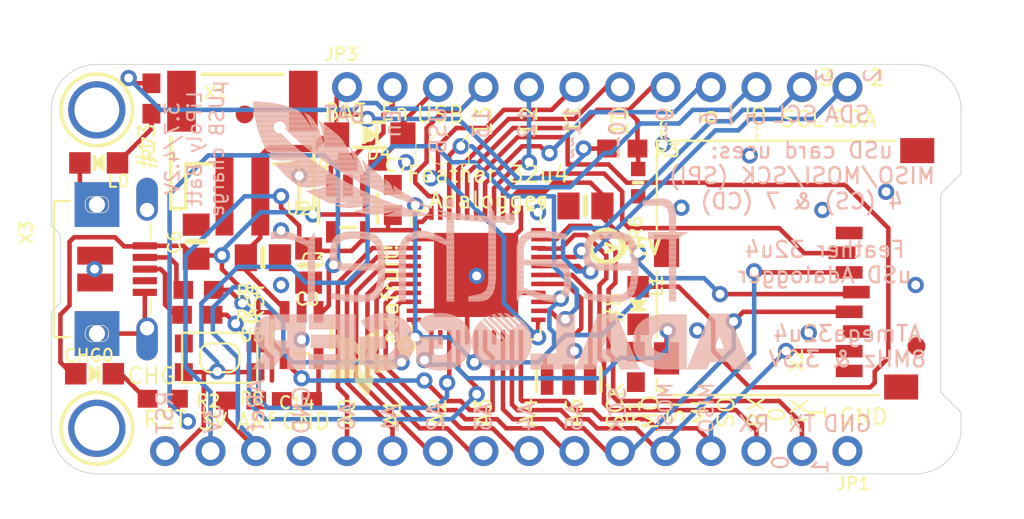
<source format=kicad_pcb>
(kicad_pcb (version 20211014) (generator pcbnew)
  (layers (0 "F.Cu" signal) (31 "B.Cu" signal) (34 "B.Paste" user) (35 "F.Paste" user) (36 "B.SilkS" user "B.Silkscreen") (37 "F.SilkS" user "F.Silkscreen") (38 "B.Mask" user) (39 "F.Mask" user) (44 "Edge.Cuts" user))
  (net 0 "")
  (net 1 "GND")
  (net 2 "D-")
  (net 3 "D+")
  (net 4 "MOSI")
  (net 5 "MISO")
  (net 6 "SCK")
  (net 7 "RST")
  (net 8 "N$11")
  (net 9 "N$12")
  (net 10 "A5")
  (net 11 "A4")
  (net 12 "A3")
  (net 13 "A2")
  (net 14 "A1")
  (net 15 "5")
  (net 16 "11")
  (net 17 "10")
  (net 18 "6")
  (net 19 "12")
  (net 20 "2")
  (net 21 "N$15")
  (net 22 "N$16")
  (net 23 "1")
  (net 24 "0")
  (net 25 "+3V3")
  (net 26 "VBUS")
  (net 27 "VBAT")
  (net 28 "N$2")
  (net 29 "AREF")
  (net 30 "13")
  (net 31 "A0")
  (net 32 "9")
  (net 33 "3")
  (net 34 "N$1")
  (net 35 "N$3")
  (net 36 "N$4")
  (net 37 "SD_CS")
  (net 38 "8")
  (net 39 "7")
  (net 40 "N$5")
  (net 41 "EN")
  (footprint "boardEagle:1X16_ROUND" (layer "F.Cu") (at 148.5011 115.1636 180)
    (fp_text reference "JP1")
    (fp_text value "")
  )
  (footprint "boardEagle:KMR2" (layer "F.Cu") (at 132.4991 109.9566 180)
    (fp_text reference "SW1" hide)
    (fp_text value "SPST_TACT-KMR2" hide)
  )
  (footprint "boardEagle:0603-NO" (layer "F.Cu") (at 154.9781 98.2726)
    (fp_text reference "R3")
    (fp_text value "100k")
  )
  (footprint "boardEagle:TQFN44_7MM" (layer "F.Cu") (at 146.819284 105.331994)
    (fp_text reference "IC1")
    (fp_text value "ATMEGA32U4-MU")
  )
  (footprint "boardEagle:ADAFRUIT_3.5MM" (layer "F.Cu") (at 138.5951 108.3056 -90)
    (fp_text reference "U$7" hide)
    (fp_text value "" hide)
  )
  (footprint "boardEagle:0603-NO" (layer "F.Cu") (at 129.3241 112.2426)
    (fp_text reference "R2")
    (fp_text value "1K")
  )
  (footprint "boardEagle:0603-NO" (layer "F.Cu") (at 128.6891 95.4786 -90)
    (fp_text reference "R7")
    (fp_text value "2.2K")
  )
  (footprint "boardEagle:0603-NO" (layer "F.Cu") (at 131.3201 106.1656)
    (fp_text reference "R4")
    (fp_text value "22")
  )
  (footprint "boardEagle:0805-NO" (layer "F.Cu") (at 137.4671 104.8096 -90)
    (fp_text reference "C8")
    (fp_text value "10µF")
  )
  (footprint "boardEagle:4UCONN_20329_V2" (layer "F.Cu") (at 127.5461 105.0036 -90)
    (fp_text reference "X3")
    (fp_text value "microUSB")
    (fp_line (start -3.5 2.55) (end -3.7 2.55) (layer "Edge.Cuts") (width 0.05))
    (fp_line (start 3.15 2.2) (end 3.15 1.6) (layer "Edge.Cuts") (width 0.05))
    (fp_line (start 4.05 1.6) (end 4.05 2.2) (layer "Edge.Cuts") (width 0.05))
    (fp_line (start -3.15 1.6) (end -3.15 2.15) (layer "Edge.Cuts") (width 0.05))
    (fp_line (start -4.05 2.15) (end -4.05 1.6) (layer "Edge.Cuts") (width 0.05))
    (fp_line (start -3.7 1.25) (end -3.5 1.25) (layer "Edge.Cuts") (width 0.05))
    (fp_arc (start -3.7 2.55) (mid -3.957843 2.422487) (end -4.05 2.15) (layer "Edge.Cuts") (width 0.05))
    (fp_arc (start 3.15 1.6) (mid 3.302513 1.331802) (end 3.6 1.25) (layer "Edge.Cuts") (width 0.05))
    (fp_arc (start 3.6 1.25) (mid 3.897487 1.331802) (end 4.05 1.6) (layer "Edge.Cuts") (width 0.05))
    (fp_arc (start -4.05 1.6) (mid -3.947487 1.352513) (end -3.7 1.25) (layer "Edge.Cuts") (width 0.05))
    (fp_arc (start 3.6 2.55) (mid 3.302513 2.468198) (end 3.15 2.2) (layer "Edge.Cuts") (width 0.05))
    (fp_arc (start 4.05 2.2) (mid 3.897487 2.468198) (end 3.6 2.55) (layer "Edge.Cuts") (width 0.05))
    (fp_arc (start -3.5 1.25) (mid -3.252513 1.352513) (end -3.15 1.6) (layer "Edge.Cuts") (width 0.05))
    (fp_arc (start -3.15 2.15) (mid -3.242157 2.422487) (end -3.5 2.55) (layer "Edge.Cuts") (width 0.05))
  )
  (footprint "boardEagle:_0603MP" (layer "F.Cu") (at 155.8671 100.1776 -90)
    (fp_text reference "R6")
    (fp_text value "100K")
  )
  (footprint "boardEagle:0805-NO" (layer "F.Cu") (at 131.1891 103.4746 90)
    (fp_text reference "C6")
    (fp_text value "10µF")
  )
  (footprint "" (layer "F.Cu") (at 171.3611 113.8936)
    (fp_text reference "@HOLE1" hide)
    (fp_text value "")
  )
  (footprint "boardEagle:0603-NO" (layer "F.Cu") (at 140.5001 99.0092 180)
    (fp_text reference "R9")
    (fp_text value "100k")
  )
  (footprint "boardEagle:MOUNTINGHOLE_2.5_PLATED" (layer "F.Cu") (at 125.6411 113.8936 -90)
    (fp_text reference "U$32" hide)
    (fp_text value "MOUNTINGHOLE2.5" hide)
  )
  (footprint "boardEagle:MICROSD" (layer "F.Cu") (at 157.0101 111.9886 90)
    (fp_text reference "X2")
    (fp_text value "microsd")
  )
  (footprint "" (layer "F.Cu") (at 171.3611 96.1136)
    (fp_text reference "@HOLE0" hide)
    (fp_text value "")
  )
  (footprint "boardEagle:FIDUCIAL_1MM" (layer "F.Cu") (at 133.8961 96.3676 -90)
    (fp_text reference "U$34" hide)
    (fp_text value "FIDUCIAL\"\"" hide)
  )
  (footprint "boardEagle:SOT23-5" (layer "F.Cu") (at 137.0711 108.6866 180)
    (fp_text reference "U3")
    (fp_text value "MCP73831T-2ACI/OT")
  )
  (footprint "boardEagle:0603-NO" (layer "F.Cu") (at 142.1681 101.1426 90)
    (fp_text reference "C7")
    (fp_text value "1uF")
  )
  (footprint "boardEagle:CHIPLED_0805_NOOUTLINE" (layer "F.Cu") (at 125.7461 99.0746 90)
    (fp_text reference "L0")
    (fp_text value "RED")
  )
  (footprint "boardEagle:PCBFEAT-REV-040" (layer "F.Cu") (at 154.0891 103.7336)
    (fp_text reference "U$5" hide)
    (fp_text value "" hide)
  )
  (footprint "boardEagle:SOT23-5" (layer "F.Cu") (at 139.6619 101.6254 180)
    (fp_text reference "U2")
    (fp_text value "SPX3819-3.3")
  )
  (footprint "boardEagle:0603-NO" (layer "F.Cu") (at 136.8171 112.3696 180)
    (fp_text reference "R8")
    (fp_text value "10K\\")
  )
  (footprint "boardEagle:0805-NO" (layer "F.Cu") (at 152.9239 101.478007 180)
    (fp_text reference "C9")
    (fp_text value "10uF")
  )
  (footprint "boardEagle:CHIPLED_0805_NOOUTLINE" (layer "F.Cu") (at 155.8671 107.0356 180)
    (fp_text reference "L1")
    (fp_text value "GREEN")
  )
  (footprint "boardEagle:MOUNTINGHOLE_2.5_PLATED" (layer "F.Cu") (at 125.6411 96.1136 -90)
    (fp_text reference "U$31" hide)
    (fp_text value "MOUNTINGHOLE2.5" hide)
  )
  (footprint "boardEagle:JSTPH2" (layer "F.Cu") (at 133.7691 97.1296)
    (fp_text reference "X1")
    (fp_text value "JSTPH")
  )
  (footprint "boardEagle:0603-NO" (layer "F.Cu") (at 155.7401 110.4646 -90)
    (fp_text reference "R1")
    (fp_text value "1K")
  )
  (footprint "boardEagle:RESONATOR-SMD" (layer "F.Cu") (at 151.982706 111.173994 180)
    (fp_text reference "Y1")
    (fp_text value "8MHz")
  )
  (footprint "boardEagle:1X12_ROUND" (layer "F.Cu") (at 153.5811 94.8436)
    (fp_text reference "JP3")
    (fp_text value "")
  )
  (footprint "boardEagle:0805-NO" (layer "F.Cu") (at 134.9121 104.3686)
    (fp_text reference "C3")
    (fp_text value "10µF")
  )
  (footprint "boardEagle:0603-NO" (layer "F.Cu") (at 131.250887 107.554913)
    (fp_text reference "R5")
    (fp_text value "22")
  )
  (footprint "boardEagle:SOD-123" (layer "F.Cu") (at 140.8811 97.5106 180)
    (fp_text reference "D4")
    (fp_text value "MBR120")
  )
  (footprint "boardEagle:0603-NO" (layer "F.Cu") (at 133.6929 112.343007)
    (fp_text reference "C14")
    (fp_text value "1uF")
  )
  (footprint "boardEagle:FIDUCIAL_1MM" (layer "F.Cu") (at 171.4083 109.3146 -90)
    (fp_text reference "U$35" hide)
    (fp_text value "FIDUCIAL\"\"" hide)
  )
  (footprint "boardEagle:CHIPLED_0805_NOOUTLINE" (layer "F.Cu") (at 125.5141 110.8456 -90)
    (fp_text reference "CHG0")
    (fp_text value "ORANGE")
  )
  (footprint "boardEagle:FEATHERLOGO" (layer "B.Cu") (at 158.6611 106.9086 180)
    (fp_text reference "U$4" hide)
    (fp_text value "" hide)
  )
  (footprint "boardEagle:ADALOGGER_LOGO" (layer "B.Cu") (at 162.2171 110.7186 180)
    (fp_text reference "U$6" hide)
    (fp_text value "" hide)
  )
  (gr_arc (start 173.9011 113.8936) (mid 173.157151 115.689651) (end 171.3611 116.4336) (layer "Edge.Cuts") (width 0.05))
  (gr_arc (start 171.3611 93.5736) (mid 173.157151 94.317549) (end 173.9011 96.1136) (layer "Edge.Cuts") (width 0.05))
  (gr_line (start 123.6091 103.0986) (end 123.6091 106.9086) (layer "Edge.Cuts") (width 0.05))
  (gr_line (start 173.9011 113.8936) (end 173.9011 113.0046) (layer "Edge.Cuts") (width 0.05))
  (gr_line (start 123.6091 106.9086) (end 123.1011 107.4166) (layer "Edge.Cuts") (width 0.05))
  (gr_line (start 173.9011 113.0046) (end 172.7581 111.8616) (layer "Edge.Cuts") (width 0.05))
  (gr_line (start 123.1011 107.4166) (end 123.1011 113.8936) (layer "Edge.Cuts") (width 0.05))
  (gr_line (start 125.6411 116.4336) (end 171.3611 116.4336) (layer "Edge.Cuts") (width 0.05))
  (gr_arc (start 125.6411 116.4336) (mid 123.845049 115.689651) (end 123.1011 113.8936) (layer "Edge.Cuts") (width 0.05))
  (gr_line (start 123.1011 102.5906) (end 123.6091 103.0986) (layer "Edge.Cuts") (width 0.05))
  (gr_line (start 172.7581 111.8616) (end 172.7581 100.8126) (layer "Edge.Cuts") (width 0.05))
  (gr_line (start 173.9011 99.6696) (end 173.9011 96.1136) (layer "Edge.Cuts") (width 0.05))
  (gr_line (start 172.7581 100.8126) (end 173.9011 99.6696) (layer "Edge.Cuts") (width 0.05))
  (gr_arc (start 123.1011 96.1136) (mid 123.845049 94.317549) (end 125.6411 93.5736) (layer "Edge.Cuts") (width 0.05))
  (gr_line (start 123.1011 96.1136) (end 123.1011 102.5906) (layer "Edge.Cuts") (width 0.05))
  (gr_line (start 171.3611 93.5736) (end 125.6411 93.5736) (layer "Edge.Cuts") (width 0.05))
  (gr_text "A5" (at 152.3111 113.2586 -270) (layer "B.SilkS") (effects (font (size 0.89408 0.89408) (thickness 0.12192)) (justify mirror)))
  (gr_text "SCL" (at 164.6301 96.3676) (layer "B.SilkS") (effects (font (size 0.89408 0.89408) (thickness 0.12192)) (justify mirror)))
  (gr_text "RX" (at 162.3441 113.6396) (layer "B.SilkS") (effects (font (size 0.89408 0.89408) (thickness 0.12192)) (justify mirror)))
  (gr_text "A1" (at 142.0241 113.3856 -270) (layer "B.SilkS") (effects (font (size 0.89408 0.89408) (thickness 0.12192)) (justify mirror)))
  (gr_text "GND" (at 137.0711 112.8776 -270) (layer "B.SilkS") (effects (font (size 0.89408 0.89408) (thickness 0.12192)) (justify mirror)))
  (gr_text "3" (at 166.2811 94.2086 -270) (layer "B.SilkS") (effects (font (size 0.89408 0.89408) (thickness 0.12192)) (justify mirror)))
  (gr_text "SCK" (at 154.7241 112.8776 -270) (layer "B.SilkS") (effects (font (size 0.89408 0.89408) (thickness 0.12192)) (justify mirror)))
  (gr_text "MISO" (at 159.6771 112.7506 -270) (layer "B.SilkS") (effects (font (size 0.78232 0.78232) (thickness 0.10668)) (justify mirror)))
  (gr_text "2" (at 168.9481 94.2086 -270) (layer "B.SilkS") (effects (font (size 0.89408 0.89408) (thickness 0.12192)) (justify mirror)))
  (gr_text "11~~" (at 152.1841 97.3836 -270) (layer "B.SilkS") (effects (font (size 0.89408 0.89408) (thickness 0.12192)) (justify mirror)))
  (gr_text "5" (at 162.4711 96.6216 -270) (layer "B.SilkS") (effects (font (size 0.89408 0.89408) (thickness 0.12192)) (justify mirror)))
  (gr_text "1" (at 166.0271 116.0526 -270) (layer "B.SilkS") (effects (font (size 0.89408 0.89408) (thickness 0.12192)) (justify mirror)))
  (gr_text "TX" (at 165.0111 113.6396) (layer "B.SilkS") (effects (font (size 0.89408 0.89408) (thickness 0.12192)) (justify mirror)))
  (gr_text "ARef" (at 134.5311 112.6236 -270) (layer "B.SilkS") (effects (font (size 0.89408 0.89408) (thickness 0.12192)) (justify mirror)))
  (gr_text "A3" (at 147.2311 113.2586 -270) (layer "B.SilkS") (effects (font (size 0.89408 0.89408) (thickness 0.12192)) (justify mirror)))
  (gr_text "En" (at 142.1511 96.8756 -270) (layer "B.SilkS") (effects (font (size 0.89408 0.89408) (thickness 0.12192)) (justify mirror)))
  (gr_text "uSD card uses:\nMISO/MOSI/SCK (SPI)\n4 (CS) & 7 (CD)" (at 165.0111 99.7966) (layer "B.SilkS") (effects (font (size 0.88392 0.88392) (thickness 0.13208)) (justify mirror)))
  (gr_text "~~" (at 161.0741 96.3676 -90) (layer "B.SilkS") (effects (font (size 0.89408 0.89408) (thickness 0.12192)) (justify mirror)))
  (gr_text "GND" (at 167.5511 113.6396) (layer "B.SilkS") (effects (font (size 0.89408 0.89408) (thickness 0.12192)) (justify mirror)))
  (gr_text "BAT" (at 139.4841 96.3676) (layer "B.SilkS") (effects (font (size 0.89408 0.89408) (thickness 0.12192)) (justify mirror)))
  (gr_text "A4" (at 149.6441 113.2586 -270) (layer "B.SilkS") (effects (font (size 0.89408 0.89408) (thickness 0.12192)) (justify mirror)))
  (gr_text "6" (at 159.8041 96.6216 -270) (layer "B.SilkS") (effects (font (size 0.89408 0.89408) (thickness 0.12192)) (justify mirror)))
  (gr_text "0" (at 163.7411 115.7986 -90) (layer "B.SilkS") (effects (font (size 0.89408 0.89408) (thickness 0.12192)) (justify mirror)))
  (gr_text "9~~" (at 157.3911 97.0026 -270) (layer "B.SilkS") (effects (font (size 0.89408 0.89408) (thickness 0.12192)) (justify mirror)))
  (gr_text "Feather 32u4\nuSD Adalogger" (at 166.2811 104.6226) (layer "B.SilkS") (effects (font (size 0.88392 0.88392) (thickness 0.13208)) (justify mirror)))
  (gr_text "12" (at 149.6441 96.8756 -270) (layer "B.SilkS") (effects (font (size 0.89408 0.89408) (thickness 0.12192)) (justify mirror)))
  (gr_text "USB" (at 144.6911 97.2566 -270) (layer "B.SilkS") (effects (font (size 0.89408 0.89408) (thickness 0.12192)) (justify mirror)))
  (gr_text "SDA" (at 167.5511 96.3676) (layer "B.SilkS") (effects (font (size 0.89408 0.89408) (thickness 0.12192)) (justify mirror)))
  (gr_text "ATmega32u4\n8MHz & 3.3V" (at 167.5511 109.3216) (layer "B.SilkS") (effects (font (size 0.88392 0.88392) (thickness 0.13208)) (justify mirror)))
  (gr_text "A2" (at 144.5641 113.2586 -270) (layer "B.SilkS") (effects (font (size 0.89408 0.89408) (thickness 0.12192)) (justify mirror)))
  (gr_text "RST" (at 129.4511 113.0046 -270) (layer "B.SilkS") (effects (font (size 0.89408 0.89408) (thickness 0.12192)) (justify mirror)))
  (gr_text "3V" (at 132.1181 113.3856 -270) (layer "B.SilkS") (effects (font (size 0.89408 0.89408) (thickness 0.12192)) (justify mirror)))
  (gr_text "13" (at 147.1041 96.8756 -270) (layer "B.SilkS") (effects (font (size 0.89408 0.89408) (thickness 0.12192)) (justify mirror)))
  (gr_text "MOSI" (at 157.3911 112.7506 -270) (layer "B.SilkS") (effects (font (size 0.78232 0.78232) (thickness 0.10668)) (justify mirror)))
  (gr_text "A0" (at 139.6111 113.2586 -270) (layer "B.SilkS") (effects (font (size 0.89408 0.89408) (thickness 0.12192)) (justify mirror)))
  (gr_text "10~~" (at 154.7241 97.3836 -270) (layer "B.SilkS") (effects (font (size 0.89408 0.89408) (thickness 0.12192)) (justify mirror)))
  (gr_text "3.7/4.2V\nLiPoly Batt\nµUSB charge" (at 131.1021 98.2726 -270) (layer "B.SilkS") (effects (font (size 0.77343 0.77343) (thickness 0.11557)) (justify mirror)))
  (gr_text "SCK" (at 154.5971 112.6236 90) (layer "F.SilkS") (effects (font (size 0.89408 0.89408) (thickness 0.12192))))
  (gr_text "#8" (at 154.4701 107.1626 90) (layer "F.SilkS") (effects (font (size 0.89408 0.89408) (thickness 0.12192))))
  (gr_text "3" (at 166.4081 94.3356) (layer "F.SilkS") (effects (font (size 0.89408 0.89408) (thickness 0.12192))))
  (gr_text "BAT" (at 139.4841 96.2406) (layer "F.SilkS") (effects (font (size 0.89408 0.89408) (thickness 0.12192))))
  (gr_text "A3" (at 147.2311 113.0046 90) (layer "F.SilkS") (effects (font (size 0.89408 0.89408) (thickness 0.12192))))
  (gr_text "10" (at 154.8511 96.7486 90) (layer "F.SilkS") (effects (font (size 0.89408 0.89408) (thickness 0.12192))))
  (gr_text "1" (at 165.9001 113.0046 90) (layer "F.SilkS") (effects (font (size 0.89408 0.89408) (thickness 0.12192))))
  (gr_text "~~" (at 157.1371 97.1296 90) (layer "F.SilkS") (effects (font (size 0.89408 0.89408) (thickness 0.12192))))
  (gr_text "12" (at 149.7711 96.7486 90) (layer "F.SilkS") (effects (font (size 0.89408 0.89408) (thickness 0.12192))))
  (gr_text "RST" (at 134.5311 106.9086 90) (layer "F.SilkS") (effects (font (size 0.89408 0.89408) (thickness 0.12192))))
  (gr_text "6" (at 159.8041 96.4946 90) (layer "F.SilkS") (effects (font (size 0.89408 0.89408) (thickness 0.12192))))
  (gr_text "#13" (at 128.4351 98.1456 90) (layer "F.SilkS") (effects (font (size 0.89408 0.89408) (thickness 0.12192))))
  (gr_text "adafruit!" (at 142.0241 106.4006 90) (layer "F.SilkS") (effects (font (size 0.88392 0.88392) (thickness 0.13208))))
  (gr_text "Feather 32u4\nAdalogger\n" (at 147.4851 100.4316) (layer "F.SilkS") (effects (font (size 0.89408 0.89408) (thickness 0.12192))))
  (gr_text "SDA" (at 167.9321 96.6216) (layer "F.SilkS") (effects (font (size 0.89408 0.89408) (thickness 0.12192))))
  (gr_text "0" (at 163.6141 113.1316 90) (layer "F.SilkS") (effects (font (size 0.89408 0.89408) (thickness 0.12192))))
  (gr_text "A5" (at 152.3111 113.0046 90) (layer "F.SilkS") (effects (font (size 0.89408 0.89408) (thickness 0.12192))))
  (gr_text "~~5" (at 162.4711 96.8756 90) (layer "F.SilkS") (effects (font (size 0.89408 0.89408) (thickness 0.12192))))
  (gr_text "A2" (at 144.6911 113.0046 90) (layer "F.SilkS") (effects (font (size 0.89408 0.89408) (thickness 0.12192))))
  (gr_text "En" (at 142.2781 96.2406) (layer "F.SilkS") (effects (font (size 0.89408 0.89408) (thickness 0.12192))))
  (gr_text "13" (at 147.2311 96.7486 90) (layer "F.SilkS") (effects (font (size 0.89408 0.89408) (thickness 0.12192))))
  (gr_text "9" (at 157.3911 96.3676 90) (layer "F.SilkS") (effects (font (size 0.89408 0.89408) (thickness 0.12192))))
  (gr_text "MI\nSO" (at 160.0581 113.0046 90) (layer "F.SilkS") (effects (font (size 0.89408 0.89408) (thickness 0.12192))))
  (gr_text "SCL" (at 165.0111 96.6216) (layer "F.SilkS") (effects (font (size 0.89408 0.89408) (thickness 0.12192))))
  (gr_text "TX" (at 164.8841 113.0046 90) (layer "F.SilkS") (effects (font (size 0.89408 0.89408) (thickness 0.12192))))
  (gr_text "CHG" (at 128.6891 110.9726) (layer "F.SilkS") (effects (font (size 0.89408 0.89408) (thickness 0.12192))))
  (gr_text "~~" (at 151.8031 96.7486 90) (layer "F.SilkS") (effects (font (size 0.89408 0.89408) (thickness 0.12192))))
  (gr_text "USB" (at 144.8181 96.3676) (layer "F.SilkS") (effects (font (size 0.89408 0.89408) (thickness 0.12192))))
  (gr_text "A4" (at 149.7711 113.0046 90) (layer "F.SilkS") (effects (font (size 0.89408 0.89408) (thickness 0.12192))))
  (gr_text "2" (at 169.2021 94.3356) (layer "F.SilkS") (effects (font (size 0.89408 0.89408) (thickness 0.12192))))
  (gr_text "ARf" (at 134.5311 113.5126) (layer "F.SilkS") (effects (font (size 0.89408 0.89408) (thickness 0.12192))))
  (gr_text "GND" (at 137.3251 113.5126) (layer "F.SilkS") (effects (font (size 0.89408 0.89408) (thickness 0.12192))))
  (gr_text "RST" (at 129.4511 113.3856) (layer "F.SilkS") (effects (font (size 0.89408 0.89408) (thickness 0.12192))))
  (gr_text "A0" (at 139.6111 113.0046 90) (layer "F.SilkS") (effects (font (size 0.89408 0.89408) (thickness 0.12192))))
  (gr_text "GND" (at 168.4401 113.2586) (layer "F.SilkS") (effects (font (size 0.89408 0.89408) (thickness 0.12192))))
  (gr_text "3V" (at 132.1181 113.5126) (layer "F.SilkS") (effects (font (size 0.89408 0.89408) (thickness 0.12192))))
  (gr_text "A1" (at 142.1511 113.0046 90) (layer "F.SilkS") (effects (font (size 0.89408 0.89408) (thickness 0.12192))))
  (gr_text "RX" (at 162.4711 113.0046 90) (layer "F.SilkS") (effects (font (size 0.89408 0.89408) (thickness 0.12192))))
  (gr_text "~~" (at 154.3431 96.8756 90) (layer "F.SilkS") (effects (font (size 0.89408 0.89408) (thickness 0.12192))))
  (gr_text "MO\nSI" (at 157.2641 113.0046 90) (layer "F.SilkS") (effects (font (size 0.89408 0.89408) (thickness 0.12192))))
  (gr_text "11" (at 152.1841 96.6216 90) (layer "F.SilkS") (effects (font (size 0.89408 0.89408) (thickness 0.12192))))
  (segment (start 134.6201 109.1566) (end 135.4201 109.9566) (width 0.254) (layer "F.Cu") (net 1))
  (segment (start 128.3211 108.1786) (end 128.4461 108.3036) (width 0.254) (layer "F.Cu") (net 1))
  (segment (start 150.294284 106.331994) (end 148.178493 106.331994) (width 0.254) (layer "F.Cu") (net 1))
  (segment (start 146.9771 105.2576) (end 146.8501 105.3846) (width 0.254) (layer "F.Cu") (net 1))
  (segment (start 145.178493 103.331994) (end 146.9771 105.1306) (width 0.254) (layer "F.Cu") (net 1))
  (segment (start 143.344284 103.331994) (end 145.178493 103.331994) (width 0.254) (layer "F.Cu") (net 1))
  (segment (start 128.3211 106.3036) (end 128.3211 108.1786) (width 0.254) (layer "F.Cu") (net 1))
  (segment (start 146.8501 105.8926) (end 145.410706 107.331994) (width 0.254) (layer "F.Cu") (net 1))
  (segment (start 124.6961 101.4036) (end 125.6461 101.4036) (width 0.254) (layer "F.Cu") (net 1))
  (segment (start 149.319284 101.856994) (end 149.319284 102.788416) (width 0.254) (layer "F.Cu") (net 1))
  (segment (start 143.344284 107.331994) (end 145.410706 107.331994) (width 0.254) (layer "F.Cu") (net 1))
  (segment (start 135.4201 109.9566) (end 135.4201 111.2266) (width 0.254) (layer "F.Cu") (net 1))
  (segment (start 137.0711 107.3865) (end 137.0711 105.7596) (width 0.254) (layer "F.Cu") (net 1))
  (segment (start 137.0711 105.7596) (end 137.4671 105.7596) (width 0.254) (layer "F.Cu") (net 1))
  (segment (start 146.319284 108.806994) (end 146.319284 105.915416) (width 0.254) (layer "F.Cu") (net 1))
  (segment (start 128.1461 108.6036) (end 128.4461 108.3036) (width 0.254) (layer "F.Cu") (net 1))
  (segment (start 146.9771 105.1306) (end 146.9771 105.2576) (width 0.254) (layer "F.Cu") (net 1))
  (segment (start 134.4991 109.1566) (end 134.6201 109.1566) (width 0.254) (layer "F.Cu") (net 1))
  (segment (start 146.8501 105.3846) (end 146.8501 105.8926) (width 0.254) (layer "F.Cu") (net 1))
  (segment (start 149.319284 102.788416) (end 146.9771 105.1306) (width 0.254) (layer "F.Cu") (net 1))
  (segment (start 148.178493 106.331994) (end 146.9771 105.1306) (width 0.254) (layer "F.Cu") (net 1))
  (segment (start 146.319284 105.915416) (end 146.8501 105.3846) (width 0.254) (layer "F.Cu") (net 1))
  (segment (start 124.6961 99.0746) (end 124.6961 101.4036) (width 0.254) (layer "F.Cu") (net 1))
  (segment (start 125.6461 108.6036) (end 128.1461 108.6036) (width 0.254) (layer "F.Cu") (net 1))
  (via (at 135.9281 102.8446) (size 0.9064) (drill 0.5) (layers "F.Cu" "B.Cu") (net 1))
  (via (at 152.3111 109.5756) (size 0.9064) (drill 0.5) (layers "F.Cu" "B.Cu") (net 1))
  (via (at 157.2641 98.0186) (size 0.9064) (drill 0.5) (layers "F.Cu" "B.Cu") (net 1))
  (via (at 137.0711 108.9406) (size 0.9064) (drill 0.5) (layers "F.Cu" "B.Cu") (net 1))
  (via (at 171.3611 105.8926) (size 0.9064) (drill 0.5) (layers "F.Cu" "B.Cu") (net 1))
  (via (at 169.7101 100.6856) (size 0.9064) (drill 0.5) (layers "F.Cu" "B.Cu") (net 1))
  (via (at 165.3921 108.5596) (size 0.9064) (drill 0.5) (layers "F.Cu" "B.Cu") (net 1))
  (via (at 146.8501 105.3846) (size 0.9064) (drill 0.5) (layers "F.Cu" "B.Cu") (net 1))
  (via (at 135.9281 105.8926) (size 0.9064) (drill 0.5) (layers "F.Cu" "B.Cu") (net 1))
  (via (at 142.9131 99.0346) (size 0.9064) (drill 0.5) (layers "F.Cu" "B.Cu") (net 1))
  (via (at 166.1541 101.7016) (size 0.9064) (drill 0.5) (layers "F.Cu" "B.Cu") (net 1))
  (via (at 150.2791 101.8286) (size 0.9064) (drill 0.5) (layers "F.Cu" "B.Cu") (net 1))
  (via (at 158.2801 101.5746) (size 0.9064) (drill 0.5) (layers "F.Cu" "B.Cu") (net 1))
  (via (at 159.1691 108.4326) (size 0.9064) (drill 0.5) (layers "F.Cu" "B.Cu") (net 1))
  (via (at 162.0901 98.6536) (size 0.9064) (drill 0.5) (layers "F.Cu" "B.Cu") (net 1))
  (via (at 136.9441 99.7966) (size 0.9064) (drill 0.5) (layers "F.Cu" "B.Cu") (net 1))
  (via (at 125.5141 105.0036) (size 0.9064) (drill 0.5) (layers "F.Cu" "B.Cu") (net 1))
  (segment (start 132.1701 106.1656) (end 133.0261 106.1656) (width 0.254) (layer "F.Cu") (net 2))
  (segment (start 145.319284 108.806994) (end 145.319284 111.233416) (width 0.254) (layer "F.Cu") (net 2))
  (segment (start 145.319284 111.233416) (end 145.1991 111.3536) (width 0.254) (layer "F.Cu") (net 2))
  (segment (start 133.0261 106.1656) (end 133.7691 106.9086) (width 0.254) (layer "F.Cu") (net 2))
  (via (at 145.1991 111.3536) (size 0.9064) (drill 0.5) (layers "F.Cu" "B.Cu") (net 2))
  (via (at 133.7691 106.9086) (size 0.9064) (drill 0.5) (layers "F.Cu" "B.Cu") (net 2))
  (segment (start 135.1661 112.7506) (end 134.6581 112.2426) (width 0.254) (layer "B.Cu") (net 2))
  (segment (start 144.5641 112.7506) (end 145.1991 112.1156) (width 0.254) (layer "B.Cu") (net 2))
  (segment (start 145.1991 112.1156) (end 145.1991 111.3536) (width 0.254) (layer "B.Cu") (net 2))
  (segment (start 134.6581 107.7976) (end 133.7691 106.9086) (width 0.254) (layer "B.Cu") (net 2))
  (segment (start 135.1661 112.7506) (end 144.5641 112.7506) (width 0.254) (layer "B.Cu") (net 2))
  (segment (start 134.6581 112.2426) (end 134.6581 107.7976) (width 0.254) (layer "B.Cu") (net 2))
  (segment (start 132.100887 107.554913) (end 132.891412 107.554913) (width 0.254) (layer "F.Cu") (net 3))
  (segment (start 146.8501 111.6076) (end 146.8501 111.9886) (width 0.254) (layer "F.Cu") (net 3))
  (segment (start 145.819284 110.576785) (end 146.8501 111.6076) (width 0.254) (layer "F.Cu") (net 3))
  (segment (start 145.819284 108.806994) (end 145.819284 110.576785) (width 0.254) (layer "F.Cu") (net 3))
  (segment (start 132.891412 107.554913) (end 133.3881 108.0516) (width 0.254) (layer "F.Cu") (net 3))
  (via (at 146.8501 111.9886) (size 0.9064) (drill 0.5) (layers "F.Cu" "B.Cu") (net 3))
  (via (at 133.3881 108.0516) (size 0.9064) (drill 0.5) (layers "F.Cu" "B.Cu") (net 3))
  (segment (start 133.3881 108.0516) (end 134.1501 108.8136) (width 0.254) (layer "B.Cu") (net 3))
  (segment (start 135.0391 113.3856) (end 145.4531 113.3856) (width 0.254) (layer "B.Cu") (net 3))
  (segment (start 145.4531 113.3856) (end 146.8501 111.9886) (width 0.254) (layer "B.Cu") (net 3))
  (segment (start 134.1501 112.4966) (end 134.1501 108.8136) (width 0.254) (layer "B.Cu") (net 3))
  (segment (start 135.0391 113.3856) (end 134.1501 112.4966) (width 0.254) (layer "B.Cu") (net 3))
  (segment (start 153.0731 113.3856) (end 153.5811 113.8936) (width 0.254) (layer "F.Cu") (net 4))
  (segment (start 149.1361 112.8776) (end 151.5491 112.8776) (width 0.254) (layer "F.Cu") (net 4))
  (segment (start 162.5401 105.1886) (end 162.4821 105.1306) (width 0.254) (layer "F.Cu") (net 4))
  (segment (start 162.4821 105.1306) (end 162.3441 105.1306) (width 0.254) (layer "F.Cu") (net 4))
  (segment (start 155.7401 113.8936) (end 157.0101 115.1636) (width 0.254) (layer "F.Cu") (net 4))
  (segment (start 162.5401 105.1886) (end 167.6501 105.1886) (width 0.254) (layer "F.Cu") (net 4))
  (segment (start 153.5811 113.8936) (end 155.7401 113.8936) (width 0.254) (layer "F.Cu") (net 4))
  (segment (start 151.5491 112.8776) (end 152.0571 113.3856) (width 0.254) (layer "F.Cu") (net 4))
  (segment (start 157.0101 115.1636) (end 157.3911 115.1636) (width 0.254) (layer "F.Cu") (net 4))
  (segment (start 148.819284 108.806994) (end 148.819284 112.560785) (width 0.254) (layer "F.Cu") (net 4))
  (segment (start 152.0571 113.3856) (end 153.0731 113.3856) (width 0.254) (layer "F.Cu") (net 4))
  (segment (start 148.819284 112.560785) (end 149.1361 112.8776) (width 0.254) (layer "F.Cu") (net 4))
  (via (at 162.3441 105.1306) (size 0.9064) (drill 0.5) (layers "F.Cu" "B.Cu") (net 4))
  (segment (start 157.3911 114.6556) (end 162.3441 109.7026) (width 0.254) (layer "B.Cu") (net 4))
  (segment (start 162.3441 109.7026) (end 162.3441 105.1306) (width 0.254) (layer "B.Cu") (net 4))
  (segment (start 157.3911 114.6556) (end 157.3911 115.1636) (width 0.254) (layer "B.Cu") (net 4))
  (segment (start 164.1221 109.5756) (end 167.6371 109.5756) (width 0.254) (layer "F.Cu") (net 5))
  (segment (start 149.3901 112.3696) (end 151.8031 112.3696) (width 0.254) (layer "F.Cu") (net 5))
  (segment (start 156.8831 113.8936) (end 159.1691 113.8936) (width 0.254) (layer "F.Cu") (net 5))
  (segment (start 159.1691 113.8936) (end 159.9311 114.6556) (width 0.254) (layer "F.Cu") (net 5))
  (segment (start 149.319284 112.298785) (end 149.3901 112.3696) (width 0.254) (layer "F.Cu") (net 5))
  (segment (start 152.3111 112.8776) (end 153.3271 112.8776) (width 0.254) (layer "F.Cu") (net 5))
  (segment (start 153.8351 113.3856) (end 156.3751 113.3856) (width 0.254) (layer "F.Cu") (net 5))
  (segment (start 151.8031 112.3696) (end 152.3111 112.8776) (width 0.254) (layer "F.Cu") (net 5))
  (segment (start 149.319284 108.806994) (end 149.319284 112.298785) (width 0.254) (layer "F.Cu") (net 5))
  (segment (start 167.6371 109.5756) (end 167.6501 109.5886) (width 0.254) (layer "F.Cu") (net 5))
  (segment (start 159.9311 114.6556) (end 159.9311 115.1636) (width 0.254) (layer "F.Cu") (net 5))
  (segment (start 153.3271 112.8776) (end 153.8351 113.3856) (width 0.254) (layer "F.Cu") (net 5))
  (segment (start 156.3751 113.3856) (end 156.8831 113.8936) (width 0.254) (layer "F.Cu") (net 5))
  (via (at 164.1221 109.5756) (size 0.9064) (drill 0.5) (layers "F.Cu" "B.Cu") (net 5))
  (segment (start 159.9311 113.7666) (end 164.1221 109.5756) (width 0.254) (layer "B.Cu") (net 5))
  (segment (start 159.9311 115.1636) (end 159.9311 113.7666) (width 0.254) (layer "B.Cu") (net 5))
  (segment (start 161.7371 107.3886) (end 167.6501 107.3886) (width 0.254) (layer "F.Cu") (net 6))
  (segment (start 151.2951 113.3856) (end 151.8031 113.8936) (width 0.254) (layer "F.Cu") (net 6))
  (segment (start 154.0891 115.1636) (end 154.8511 115.1636) (width 0.254) (layer "F.Cu") (net 6))
  (segment (start 151.8031 113.8936) (end 152.8191 113.8936) (width 0.254) (layer "F.Cu") (net 6))
  (segment (start 148.319284 108.806994) (end 148.319284 112.822785) (width 0.254) (layer "F.Cu") (net 6))
  (segment (start 161.2011 107.9246) (end 161.7371 107.3886) (width 0.254) (layer "F.Cu") (net 6))
  (segment (start 152.8191 113.8936) (end 154.0891 115.1636) (width 0.254) (layer "F.Cu") (net 6))
  (segment (start 148.319284 112.822785) (end 148.8821 113.3856) (width 0.254) (layer "F.Cu") (net 6))
  (segment (start 148.8821 113.3856) (end 151.2951 113.3856) (width 0.254) (layer "F.Cu") (net 6))
  (via (at 161.2011 107.9246) (size 0.9064) (drill 0.5) (layers "F.Cu" "B.Cu") (net 6))
  (segment (start 154.7241 115.0366) (end 155.6131 115.0366) (width 0.254) (layer "B.Cu") (net 6))
  (segment (start 155.6131 115.0366) (end 161.2011 109.4486) (width 0.254) (layer "B.Cu") (net 6))
  (segment (start 161.2011 109.4486) (end 161.2011 107.9246) (width 0.254) (layer "B.Cu") (net 6))
  (segment (start 154.7241 115.0366) (end 154.8511 115.1636) (width 0.254) (layer "B.Cu") (net 6))
  (segment (start 129.4511 115.1636) (end 129.5781 115.1636) (width 0.254) (layer "F.Cu") (net 7))
  (segment (start 131.6101 113.7666) (end 130.2131 115.1636) (width 0.254) (layer "F.Cu") (net 7))
  (segment (start 150.956493 107.331994) (end 151.4221 107.7976) (width 0.254) (layer "F.Cu") (net 7))
  (segment (start 132.3721 110.7566) (end 132.3721 110.7186) (width 0.254) (layer "F.Cu") (net 7))
  (segment (start 130.4991 110.7566) (end 131.6101 110.7566) (width 0.254) (layer "F.Cu") (net 7))
  (segment (start 131.6101 113.7666) (end 131.6101 110.7566) (width 0.254) (layer "F.Cu") (net 7))
  (segment (start 132.3721 110.7566) (end 134.4991 110.7566) (width 0.254) (layer "F.Cu") (net 7))
  (segment (start 150.294284 107.331994) (end 150.956493 107.331994) (width 0.254) (layer "F.Cu") (net 7))
  (segment (start 130.2131 115.1636) (end 129.4511 115.1636) (width 0.254) (layer "F.Cu") (net 7))
  (segment (start 131.6101 110.7566) (end 132.3721 110.7566) (width 0.254) (layer "F.Cu") (net 7))
  (segment (start 151.4221 107.7976) (end 151.8031 107.7976) (width 0.254) (layer "F.Cu") (net 7))
  (via (at 151.8031 107.7976) (size 0.9064) (drill 0.5) (layers "F.Cu" "B.Cu") (net 7))
  (via (at 132.3721 110.7186) (size 0.9064) (drill 0.5) (layers "F.Cu" "B.Cu") (net 7))
  (segment (start 151.1681 104.8766) (end 152.4381 106.1466) (width 0.254) (layer "B.Cu") (net 7))
  (segment (start 148.6281 100.9396) (end 146.7231 99.0346) (width 0.254) (layer "B.Cu") (net 7))
  (segment (start 146.7231 99.0346) (end 145.4531 99.0346) (width 0.254) (layer "B.Cu") (net 7))
  (segment (start 144.5641 98.1456) (end 142.1511 98.1456) (width 0.254) (layer "B.Cu") (net 7))
  (segment (start 137.3251 105.7656) (end 136.4361 104.8766) (width 0.254) (layer "B.Cu") (net 7))
  (segment (start 136.4361 104.8766) (end 133.5151 104.8766) (width 0.254) (layer "B.Cu") (net 7))
  (segment (start 131.4831 109.3216) (end 132.3721 110.2106) (width 0.254) (layer "B.Cu") (net 7))
  (segment (start 133.5151 104.8766) (end 131.4831 106.9086) (width 0.254) (layer "B.Cu") (net 7))
  (segment (start 140.7541 104.6226) (end 140.7541 99.5426) (width 0.254) (layer "B.Cu") (net 7))
  (segment (start 139.6111 105.7656) (end 137.3251 105.7656) (width 0.254) (layer "B.Cu") (net 7))
  (segment (start 139.6111 105.7656) (end 140.7541 104.6226) (width 0.254) (layer "B.Cu") (net 7))
  (segment (start 148.6281 100.9396) (end 151.1681 100.9396) (width 0.254) (layer "B.Cu") (net 7))
  (segment (start 152.4381 107.1626) (end 151.8031 107.7976) (width 0.254) (layer "B.Cu") (net 7))
  (segment (start 144.5641 98.1456) (end 145.4531 99.0346) (width 0.254) (layer "B.Cu") (net 7))
  (segment (start 132.3721 110.2106) (end 132.3721 110.7186) (width 0.254) (layer "B.Cu") (net 7))
  (segment (start 152.4381 106.1466) (end 152.4381 107.1626) (width 0.254) (layer "B.Cu") (net 7))
  (segment (start 140.7541 99.5426) (end 142.1511 98.1456) (width 0.254) (layer "B.Cu") (net 7))
  (segment (start 151.1681 100.9396) (end 151.1681 104.8766) (width 0.254) (layer "B.Cu") (net 7))
  (segment (start 131.4831 106.9086) (end 131.4831 109.3216) (width 0.254) (layer "B.Cu") (net 7))
  (segment (start 150.6601 109.8296) (end 150.6601 111.051388) (width 0.254) (layer "F.Cu") (net 8))
  (segment (start 152.3111 108.6866) (end 151.8031 108.6866) (width 0.254) (layer "F.Cu") (net 8))
  (segment (start 152.6921 106.6546) (end 152.6921 108.3056) (width 0.254) (layer "F.Cu") (net 8))
  (segment (start 152.6921 108.3056) (end 152.3111 108.6866) (width 0.254) (layer "F.Cu") (net 8))
  (segment (start 151.869493 105.831994) (end 152.6921 106.6546) (width 0.254) (layer "F.Cu") (net 8))
  (segment (start 150.294284 105.831994) (end 151.869493 105.831994) (width 0.254) (layer "F.Cu") (net 8))
  (segment (start 151.8031 108.6866) (end 150.6601 109.8296) (width 0.254) (layer "F.Cu") (net 8))
  (segment (start 150.6601 111.051388) (end 150.782706 111.173994) (width 0.254) (layer "F.Cu") (net 8))
  (segment (start 152.188493 105.331994) (end 153.2001 106.3436) (width 0.254) (layer "F.Cu") (net 9))
  (segment (start 153.2001 106.3436) (end 153.2001 111.173994) (width 0.254) (layer "F.Cu") (net 9))
  (segment (start 153.2001 111.173994) (end 153.182706 111.173994) (width 0.254) (layer "F.Cu") (net 9))
  (segment (start 150.294284 105.331994) (end 152.188493 105.331994) (width 0.254) (layer "F.Cu") (net 9))
  (segment (start 152.3111 115.1636) (end 151.8031 115.1636) (width 0.254) (layer "F.Cu") (net 10))
  (segment (start 142.346706 106.331994) (end 143.344284 106.331994) (width 0.254) (layer "F.Cu") (net 10))
  (segment (start 150.5331 113.8936) (end 148.5011 113.8936) (width 0.254) (layer "F.Cu") (net 10))
  (segment (start 148.5011 113.8936) (end 147.9931 113.3856) (width 0.254) (layer "F.Cu") (net 10))
  (segment (start 141.7701 106.9086) (end 142.346706 106.331994) (width 0.254) (layer "F.Cu") (net 10))
  (segment (start 144.1831 112.8776) (end 141.7701 110.4646) (width 0.254) (layer "F.Cu") (net 10))
  (segment (start 145.7071 112.8776) (end 144.1831 112.8776) (width 0.254) (layer "F.Cu") (net 10))
  (segment (start 151.8031 115.1636) (end 150.5331 113.8936) (width 0.254) (layer "F.Cu") (net 10))
  (segment (start 146.2151 113.3856) (end 145.7071 112.8776) (width 0.254) (layer "F.Cu") (net 10))
  (segment (start 141.7701 110.4646) (end 141.7701 106.9086) (width 0.254) (layer "F.Cu") (net 10))
  (segment (start 147.9931 113.3856) (end 146.2151 113.3856) (width 0.254) (layer "F.Cu") (net 10))
  (segment (start 142.084706 105.831994) (end 141.2621 106.6546) (width 0.254) (layer "F.Cu") (net 11))
  (segment (start 147.7391 113.8936) (end 149.0091 115.1636) (width 0.254) (layer "F.Cu") (net 11))
  (segment (start 145.4531 113.3856) (end 145.9611 113.8936) (width 0.254) (layer "F.Cu") (net 11))
  (segment (start 141.2621 106.6546) (end 141.2621 110.7186) (width 0.254) (layer "F.Cu") (net 11))
  (segment (start 145.9611 113.8936) (end 147.7391 113.8936) (width 0.254) (layer "F.Cu") (net 11))
  (segment (start 143.344284 105.831994) (end 142.084706 105.831994) (width 0.254) (layer "F.Cu") (net 11))
  (segment (start 143.9291 113.3856) (end 145.4531 113.3856) (width 0.254) (layer "F.Cu") (net 11))
  (segment (start 149.0091 115.1636) (end 149.7711 115.1636) (width 0.254) (layer "F.Cu") (net 11))
  (segment (start 141.2621 110.7186) (end 143.9291 113.3856) (width 0.254) (layer "F.Cu") (net 11))
  (segment (start 141.822706 105.331994) (end 143.344284 105.331994) (width 0.254) (layer "F.Cu") (net 12))
  (segment (start 140.7541 110.9726) (end 140.7541 106.4006) (width 0.254) (layer "F.Cu") (net 12))
  (segment (start 146.4691 115.1636) (end 145.1991 113.8936) (width 0.254) (layer "F.Cu") (net 12))
  (segment (start 145.1991 113.8936) (end 143.6751 113.8936) (width 0.254) (layer "F.Cu") (net 12))
  (segment (start 143.6751 113.8936) (end 140.7541 110.9726) (width 0.254) (layer "F.Cu") (net 12))
  (segment (start 147.2311 115.1636) (end 146.4691 115.1636) (width 0.254) (layer "F.Cu") (net 12))
  (segment (start 140.7541 106.4006) (end 141.822706 105.331994) (width 0.254) (layer "F.Cu") (net 12))
  (segment (start 144.6911 115.1636) (end 144.1831 115.1636) (width 0.254) (layer "F.Cu") (net 13))
  (segment (start 141.560706 104.831994) (end 143.344284 104.831994) (width 0.254) (layer "F.Cu") (net 13))
  (segment (start 144.1831 115.1636) (end 140.1191 111.0996) (width 0.254) (layer "F.Cu") (net 13))
  (segment (start 140.1191 106.2736) (end 141.560706 104.831994) (width 0.254) (layer "F.Cu") (net 13))
  (segment (start 140.1191 111.0996) (end 140.1191 106.2736) (width 0.254) (layer "F.Cu") (net 13))
  (segment (start 139.6111 111.3536) (end 142.1511 113.8936) (width 0.254) (layer "F.Cu") (net 14))
  (segment (start 143.344284 104.331994) (end 141.298706 104.331994) (width 0.254) (layer "F.Cu") (net 14))
  (segment (start 141.298706 104.331994) (end 139.6111 106.0196) (width 0.254) (layer "F.Cu") (net 14))
  (segment (start 142.1511 113.8936) (end 142.1511 115.1636) (width 0.254) (layer "F.Cu") (net 14))
  (segment (start 139.6111 106.0196) (end 139.6111 111.3536) (width 0.254) (layer "F.Cu") (net 14))
  (segment (start 145.319284 98.6536) (end 145.827284 98.1456) (width 0.254) (layer "F.Cu") (net 15))
  (segment (start 145.319284 101.856994) (end 145.319284 98.6536) (width 0.254) (layer "F.Cu") (net 15))
  (segment (start 145.827284 98.1456) (end 145.9611 98.1456) (width 0.254) (layer "F.Cu") (net 15))
  (via (at 145.9611 98.1456) (size 0.9064) (drill 0.5) (layers "F.Cu" "B.Cu") (net 15))
  (segment (start 153.9621 98.5266) (end 152.0571 100.4316) (width 0.254) (layer "B.Cu") (net 15))
  (segment (start 154.3431 98.5266) (end 153.9621 98.5266) (width 0.254) (layer "B.Cu") (net 15))
  (segment (start 158.9151 96.1136) (end 158.1531 96.8756) (width 0.254) (layer "B.Cu") (net 15))
  (segment (start 162.4711 94.8436) (end 162.2171 94.8436) (width 0.254) (layer "B.Cu") (net 15))
  (segment (start 152.0571 100.4316) (end 148.8821 100.4316) (width 0.254) (layer "B.Cu") (net 15))
  (segment (start 148.8821 100.4316) (end 146.5961 98.1456) (width 0.254) (layer "B.Cu") (net 15))
  (segment (start 162.5981 94.8436) (end 162.4711 94.8436) (width 0.254) (layer "B.Cu") (net 15))
  (segment (start 162.2171 94.8436) (end 160.9471 96.1136) (width 0.254) (layer "B.Cu") (net 15))
  (segment (start 155.9941 96.8756) (end 154.3431 98.5266) (width 0.254) (layer "B.Cu") (net 15))
  (segment (start 158.1531 96.8756) (end 155.9941 96.8756) (width 0.254) (layer "B.Cu") (net 15))
  (segment (start 146.5961 98.1456) (end 145.9611 98.1456) (width 0.254) (layer "B.Cu") (net 15))
  (segment (start 160.9471 96.1136) (end 158.9151 96.1136) (width 0.254) (layer "B.Cu") (net 15))
  (segment (start 150.294284 107.831994) (end 150.2791 107.847179) (width 0.254) (layer "F.Cu") (net 16))
  (segment (start 144.6911 98.1456) (end 144.6911 99.6696) (width 0.254) (layer "F.Cu") (net 16))
  (segment (start 147.3581 97.1296) (end 145.7071 97.1296) (width 0.254) (layer "F.Cu") (net 16))
  (segment (start 148.3741 96.1136) (end 147.3581 97.1296) (width 0.254) (layer "F.Cu") (net 16))
  (segment (start 150.2791 107.847179) (end 150.2791 108.8136) (width 0.254) (layer "F.Cu") (net 16))
  (segment (start 152.3111 94.8436) (end 151.0411 96.1136) (width 0.254) (layer "F.Cu") (net 16))
  (segment (start 145.7071 97.1296) (end 144.6911 98.1456) (width 0.254) (layer "F.Cu") (net 16))
  (segment (start 144.4371 99.9236) (end 144.3101 99.9236) (width 0.254) (layer "F.Cu") (net 16))
  (segment (start 151.0411 96.1136) (end 148.3741 96.1136) (width 0.254) (layer "F.Cu") (net 16))
  (segment (start 144.6911 99.6696) (end 144.4371 99.9236) (width 0.254) (layer "F.Cu") (net 16))
  (via (at 150.2791 108.8136) (size 0.9064) (drill 0.5) (layers "F.Cu" "B.Cu") (net 16))
  (via (at 144.3101 99.9236) (size 0.9064) (drill 0.5) (layers "F.Cu" "B.Cu") (net 16))
  (segment (start 148.3741 103.2256) (end 148.3741 106.9086) (width 0.254) (layer "B.Cu") (net 16))
  (segment (start 145.0721 99.9236) (end 148.3741 103.2256) (width 0.254) (layer "B.Cu") (net 16))
  (segment (start 144.3101 99.9236) (end 145.0721 99.9236) (width 0.254) (layer "B.Cu") (net 16))
  (segment (start 148.3741 106.9086) (end 150.2791 108.8136) (width 0.254) (layer "B.Cu") (net 16))
  (segment (start 148.6281 96.6216) (end 145.819284 99.430416) (width 0.254) (layer "F.Cu") (net 17))
  (segment (start 154.0891 94.8436) (end 152.3111 96.6216) (width 0.254) (layer "F.Cu") (net 17))
  (segment (start 154.8511 94.8436) (end 154.0891 94.8436) (width 0.254) (layer "F.Cu") (net 17))
  (segment (start 145.819284 99.430416) (end 145.819284 101.856994) (width 0.254) (layer "F.Cu") (net 17))
  (segment (start 152.3111 96.6216) (end 148.6281 96.6216) (width 0.254) (layer "F.Cu") (net 17))
  (segment (start 149.3901 98.1456) (end 150.4061 98.1456) (width 0.254) (layer "F.Cu") (net 18))
  (segment (start 147.319284 100.216416) (end 149.3901 98.1456) (width 0.254) (layer "F.Cu") (net 18))
  (segment (start 150.7871 98.5266) (end 150.9141 98.5266) (width 0.254) (layer "F.Cu") (net 18))
  (segment (start 150.4061 98.1456) (end 150.7871 98.5266) (width 0.254) (layer "F.Cu") (net 18))
  (segment (start 147.319284 101.856994) (end 147.319284 100.216416) (width 0.254) (layer "F.Cu") (net 18))
  (via (at 150.9141 98.5266) (size 0.9064) (drill 0.5) (layers "F.Cu" "B.Cu") (net 18))
  (segment (start 157.8991 96.2406) (end 159.2961 94.8436) (width 0.254) (layer "B.Cu") (net 18))
  (segment (start 150.9141 98.5266) (end 153.2001 96.2406) (width 0.254) (layer "B.Cu") (net 18))
  (segment (start 153.2001 96.2406) (end 157.8991 96.2406) (width 0.254) (layer "B.Cu") (net 18))
  (segment (start 159.2961 94.8436) (end 159.9311 94.8436) (width 0.254) (layer "B.Cu") (net 18))
  (segment (start 147.819284 101.856994) (end 147.819284 100.478416) (width 0.254) (layer "F.Cu") (net 19))
  (segment (start 147.819284 100.478416) (end 149.2631 99.0346) (width 0.254) (layer "F.Cu") (net 19))
  (segment (start 149.7711 99.0346) (end 149.2631 99.0346) (width 0.254) (layer "F.Cu") (net 19))
  (via (at 149.7711 99.0346) (size 0.9064) (drill 0.5) (layers "F.Cu" "B.Cu") (net 19))
  (segment (start 149.7711 94.8436) (end 149.7711 99.0346) (width 0.254) (layer "B.Cu") (net 19))
  (segment (start 150.294284 104.331994) (end 152.347706 104.331994) (width 0.254) (layer "F.Cu") (net 20))
  (segment (start 152.347706 104.331994) (end 152.6921 103.9876) (width 0.254) (layer "F.Cu") (net 20))
  (via (at 152.6921 103.9876) (size 0.9064) (drill 0.5) (layers "F.Cu" "B.Cu") (net 20))
  (segment (start 160.1851 97.2566) (end 161.4551 97.2566) (width 0.254) (layer "B.Cu") (net 20))
  (segment (start 162.0901 96.6216) (end 165.6461 96.6216) (width 0.254) (layer "B.Cu") (net 20))
  (segment (start 153.4541 103.9876) (end 152.6921 103.9876) (width 0.254) (layer "B.Cu") (net 20))
  (segment (start 167.5511 94.8436) (end 167.0431 94.8436) (width 0.254) (layer "B.Cu") (net 20))
  (segment (start 167.4241 94.8436) (end 167.5511 94.8436) (width 0.254) (layer "B.Cu") (net 20))
  (segment (start 160.1851 97.2566) (end 153.4541 103.9876) (width 0.254) (layer "B.Cu") (net 20))
  (segment (start 165.6461 96.6216) (end 167.4241 94.8436) (width 0.254) (layer "B.Cu") (net 20))
  (segment (start 161.4551 97.2566) (end 162.0901 96.6216) (width 0.254) (layer "B.Cu") (net 20))
  (segment (start 129.4511 105.2576) (end 129.4511 106.986125) (width 0.254) (layer "F.Cu") (net 21))
  (segment (start 129.1971 105.0036) (end 129.4511 105.2576) (width 0.254) (layer "F.Cu") (net 21))
  (segment (start 130.019887 107.554913) (end 130.400887 107.554913) (width 0.254) (layer "F.Cu") (net 21))
  (segment (start 129.4511 106.986125) (end 130.019887 107.554913) (width 0.254) (layer "F.Cu") (net 21))
  (segment (start 128.3211 105.0036) (end 129.1971 105.0036) (width 0.254) (layer "F.Cu") (net 21))
  (segment (start 128.3211 104.3536) (end 129.6901 104.3536) (width 0.254) (layer "F.Cu") (net 22))
  (segment (start 130.0861 105.7816) (end 130.4701 106.1656) (width 0.254) (layer "F.Cu") (net 22))
  (segment (start 129.6901 104.3536) (end 130.0861 104.7496) (width 0.254) (layer "F.Cu") (net 22))
  (segment (start 130.0861 104.7496) (end 130.0861 105.7816) (width 0.254) (layer "F.Cu") (net 22))
  (segment (start 153.2001 102.5906) (end 152.0571 102.5906) (width 0.254) (layer "F.Cu") (net 23))
  (segment (start 154.4701 112.1156) (end 154.4701 109.9566) (width 0.254) (layer "F.Cu") (net 23))
  (segment (start 154.5971 105.7656) (end 154.5971 103.9876) (width 0.254) (layer "F.Cu") (net 23))
  (segment (start 154.4701 109.9566) (end 154.2161 109.7026) (width 0.254) (layer "F.Cu") (net 23))
  (segment (start 151.315706 103.331994) (end 152.0571 102.5906) (width 0.254) (layer "F.Cu") (net 23))
  (segment (start 154.2161 106.1466) (end 154.5971 105.7656) (width 0.254) (layer "F.Cu") (net 23))
  (segment (start 154.7241 112.3696) (end 163.7411 112.3696) (width 0.254) (layer "F.Cu") (net 23))
  (segment (start 154.5971 103.9876) (end 153.2001 102.5906) (width 0.254) (layer "F.Cu") (net 23))
  (segment (start 154.4701 112.1156) (end 154.7241 112.3696) (width 0.254) (layer "F.Cu") (net 23))
  (segment (start 154.2161 109.7026) (end 154.2161 106.1466) (width 0.254) (layer "F.Cu") (net 23))
  (segment (start 163.7411 112.3696) (end 165.0111 113.6396) (width 0.254) (layer "F.Cu") (net 23))
  (segment (start 150.294284 103.331994) (end 151.315706 103.331994) (width 0.254) (layer "F.Cu") (net 23))
  (segment (start 165.0111 113.6396) (end 165.0111 115.1636) (width 0.254) (layer "F.Cu") (net 23))
  (segment (start 162.4711 114.0206) (end 162.4711 115.1636) (width 0.254) (layer "F.Cu") (net 24))
  (segment (start 152.3111 103.0986) (end 152.9461 103.0986) (width 0.254) (layer "F.Cu") (net 24))
  (segment (start 153.9621 110.2106) (end 153.9621 112.4966) (width 0.254) (layer "F.Cu") (net 24))
  (segment (start 161.3281 112.8776) (end 162.4711 114.0206) (width 0.254) (layer "F.Cu") (net 24))
  (segment (start 151.5491 103.8606) (end 150.32289 103.8606) (width 0.254) (layer "F.Cu") (net 24))
  (segment (start 153.7081 105.8926) (end 153.7081 109.9566) (width 0.254) (layer "F.Cu") (net 24))
  (segment (start 154.3431 112.8776) (end 161.3281 112.8776) (width 0.254) (layer "F.Cu") (net 24))
  (segment (start 152.9461 103.0986) (end 154.0891 104.2416) (width 0.254) (layer "F.Cu") (net 24))
  (segment (start 152.3111 103.0986) (end 151.5491 103.8606) (width 0.254) (layer "F.Cu") (net 24))
  (segment (start 150.32289 103.8606) (end 150.294284 103.831994) (width 0.254) (layer "F.Cu") (net 24))
  (segment (start 154.0891 105.5116) (end 153.7081 105.8926) (width 0.254) (layer "F.Cu") (net 24))
  (segment (start 153.7081 109.9566) (end 153.9621 110.2106) (width 0.254) (layer "F.Cu") (net 24))
  (segment (start 154.0891 104.2416) (end 154.0891 105.5116) (width 0.254) (layer "F.Cu") (net 24))
  (segment (start 153.9621 112.4966) (end 154.3431 112.8776) (width 0.254) (layer "F.Cu") (net 24))
  (segment (start 136.9441 102.5906) (end 135.9281 101.5746) (width 0.254) (layer "F.Cu") (net 25))
  (segment (start 149.1361 100.6856) (end 150.6601 100.6856) (width 0.254) (layer "F.Cu") (net 25))
  (segment (start 143.344284 107.831994) (end 143.344284 108.736785) (width 0.254) (layer "F.Cu") (net 25))
  (segment (start 136.9441 103.3366) (end 136.9441 102.5906) (width 0.254) (layer "F.Cu") (net 25))
  (segment (start 151.371706 106.831994) (end 151.5491 106.6546) (width 0.254) (layer "F.Cu") (net 25))
  (segment (start 144.319284 101.856994) (end 143.809578 102.3667) (width 0.254) (layer "F.Cu") (net 25))
  (segment (start 139.8651 103.9876) (end 140.5611 103.2916) (width 0.254) (layer "F.Cu") (net 25))
  (segment (start 160.4391 106.4006) (end 168.0501 106.4006) (width 0.254) (layer "F.Cu") (net 25))
  (segment (start 140.5611 103.2916) (end 140.5611 102.9763) (width 0.254) (layer "F.Cu") (net 25))
  (segment (start 141.8971 102.2636) (end 141.8971 102.831994) (width 0.254) (layer "F.Cu") (net 25))
  (segment (start 146.819284 110.114416) (end 146.7231 110.2106) (width 0.254) (layer "F.Cu") (net 25))
  (segment (start 153.2001 100.1776) (end 153.8739 100.8514) (width 0.254) (layer "F.Cu") (net 25))
  (segment (start 142.1681 101.9926) (end 141.8971 102.2636) (width 0.254) (layer "F.Cu") (net 25))
  (segment (start 150.6601 100.6856) (end 151.1681 100.1776) (width 0.254) (layer "F.Cu") (net 25))
  (segment (start 137.4671 103.8596) (end 136.9441 103.3366) (width 0.254) (layer "F.Cu") (net 25))
  (segment (start 143.344284 108.736785) (end 143.4211 108.8136) (width 0.254) (layer "F.Cu") (net 25))
  (segment (start 143.492728 102.3667) (end 143.4211 102.295072) (width 0.254) (layer "F.Cu") (net 25))
  (segment (start 143.809578 102.3667) (end 143.492728 102.3667) (width 0.254) (layer "F.Cu") (net 25))
  (segment (start 148.819284 101.002416) (end 149.1361 100.6856) (width 0.254) (layer "F.Cu") (net 25))
  (segment (start 143.4211 102.295072) (end 143.4211 101.4476) (width 0.254) (layer "F.Cu") (net 25))
  (segment (start 140.6119 102.9255) (end 140.705406 102.831994) (width 0.254) (layer "F.Cu") (net 25))
  (segment (start 153.8739 102.1214) (end 155.8671 104.1146) (width 0.254) (layer "F.Cu") (net 25))
  (segment (start 140.705406 102.831994) (end 141.8971 102.831994) (width 0.254) (layer "F.Cu") (net 25))
  (segment (start 148.819284 101.002416) (end 148.819284 101.856994) (width 0.254) (layer "F.Cu") (net 25))
  (segment (start 143.492728 102.3667) (end 143.492728 102.831994) (width 0.254) (layer "F.Cu") (net 25))
  (segment (start 153.8739 100.8514) (end 153.8739 101.478007) (width 0.254) (layer "F.Cu") (net 25))
  (segment (start 151.1681 100.1776) (end 153.2001 100.1776) (width 0.254) (layer "F.Cu") (net 25))
  (segment (start 140.5611 102.9763) (end 140.6119 102.9255) (width 0.254) (layer "F.Cu") (net 25))
  (segment (start 146.819284 108.806994) (end 146.819284 110.114416) (width 0.254) (layer "F.Cu") (net 25))
  (segment (start 143.492728 102.831994) (end 143.344284 102.831994) (width 0.254) (layer "F.Cu") (net 25))
  (segment (start 168.0501 106.4006) (end 168.0501 106.2886) (width 0.254) (layer "F.Cu") (net 25))
  (segment (start 141.8971 102.831994) (end 143.344284 102.831994) (width 0.254) (layer "F.Cu") (net 25))
  (segment (start 150.294284 106.831994) (end 151.371706 106.831994) (width 0.254) (layer "F.Cu") (net 25))
  (segment (start 137.4671 103.8596) (end 137.5951 103.9876) (width 0.254) (layer "F.Cu") (net 25))
  (segment (start 137.5951 103.9876) (end 139.8651 103.9876) (width 0.254) (layer "F.Cu") (net 25))
  (segment (start 153.8739 102.1214) (end 153.8739 101.478007) (width 0.254) (layer "F.Cu") (net 25))
  (segment (start 135.9281 101.5746) (end 135.9281 100.9396) (width 0.254) (layer "F.Cu") (net 25))
  (via (at 155.8671 104.1146) (size 0.9064) (drill 0.5) (layers "F.Cu" "B.Cu") (net 25))
  (via (at 160.4391 106.4006) (size 0.9064) (drill 0.5) (layers "F.Cu" "B.Cu") (net 25))
  (via (at 151.5491 106.6546) (size 0.9064) (drill 0.5) (layers "F.Cu" "B.Cu") (net 25))
  (via (at 146.7231 110.2106) (size 0.9064) (drill 0.5) (layers "F.Cu" "B.Cu") (net 25))
  (via (at 143.4211 108.8136) (size 0.9064) (drill 0.5) (layers "F.Cu" "B.Cu") (net 25))
  (via (at 143.4211 101.4476) (size 0.9064) (drill 0.5) (layers "F.Cu" "B.Cu") (net 25))
  (via (at 135.9281 100.9396) (size 0.9064) (drill 0.5) (layers "F.Cu" "B.Cu") (net 25))
  (segment (start 130.5941 110.4646) (end 130.5941 104.2416) (width 0.254) (layer "B.Cu") (net 25))
  (segment (start 145.3261 108.8136) (end 146.7231 110.2106) (width 0.254) (layer "B.Cu") (net 25))
  (segment (start 151.1681 109.3216) (end 151.8031 108.6866) (width 0.254) (layer "B.Cu") (net 25))
  (segment (start 157.0101 105.5116) (end 159.5501 105.5116) (width 0.254) (layer "B.Cu") (net 25))
  (segment (start 130.5941 104.2416) (end 133.8961 100.9396) (width 0.254) (layer "B.Cu") (net 25))
  (segment (start 151.1681 108.5596) (end 151.1681 109.3216) (width 0.254) (layer "B.Cu") (net 25))
  (segment (start 155.8671 104.6226) (end 155.8671 104.1146) (width 0.254) (layer "B.Cu") (net 25))
  (segment (start 153.8351 108.6866) (end 157.0101 105.5116) (width 0.254) (layer "B.Cu") (net 25))
  (segment (start 133.8961 100.9396) (end 135.9281 100.9396) (width 0.254) (layer "B.Cu") (net 25))
  (segment (start 156.7561 105.5116) (end 157.0101 105.5116) (width 0.254) (layer "B.Cu") (net 25))
  (segment (start 150.9141 107.2896) (end 150.9141 108.3056) (width 0.254) (layer "B.Cu") (net 25))
  (segment (start 131.9911 115.1636) (end 131.9911 111.8616) (width 0.254) (layer "B.Cu") (net 25))
  (segment (start 150.9141 108.3056) (end 151.1681 108.5596) (width 0.254) (layer "B.Cu") (net 25))
  (segment (start 150.2791 110.2106) (end 146.7231 110.2106) (width 0.254) (layer "B.Cu") (net 25))
  (segment (start 151.8031 108.6866) (end 153.8351 108.6866) (width 0.254) (layer "B.Cu") (net 25))
  (segment (start 145.3261 108.8136) (end 143.4211 108.8136) (width 0.254) (layer "B.Cu") (net 25))
  (segment (start 143.4211 101.4476) (end 143.4211 108.8136) (width 0.254) (layer "B.Cu") (net 25))
  (segment (start 151.1681 109.3216) (end 150.2791 110.2106) (width 0.254) (layer "B.Cu") (net 25))
  (segment (start 151.5491 106.6546) (end 150.9141 107.2896) (width 0.254) (layer "B.Cu") (net 25))
  (segment (start 131.9911 111.8616) (end 130.5941 110.4646) (width 0.254) (layer "B.Cu") (net 25))
  (segment (start 159.5501 105.5116) (end 160.4391 106.4006) (width 0.254) (layer "B.Cu") (net 25))
  (segment (start 156.7561 105.5116) (end 155.8671 104.6226) (width 0.254) (layer "B.Cu") (net 25))
  (segment (start 134.6581 107.4166) (end 135.4201 107.4166) (width 0.254) (layer "F.Cu") (net 26))
  (segment (start 130.4681 103.7036) (end 131.1891 104.4246) (width 0.254) (layer "F.Cu") (net 26))
  (segment (start 142.7311 96.8036) (end 142.7311 97.5106) (width 0.254) (layer "F.Cu") (net 26))
  (segment (start 145.0721 112.3696) (end 145.9611 112.3696) (width 0.254) (layer "F.Cu") (net 26))
  (segment (start 140.6119 101.9556) (end 140.6119 100.3253) (width 0.254) (layer "F.Cu") (net 26))
  (segment (start 136.1211 110.1496) (end 137.0711 111.0996) (width 0.254) (layer "F.Cu") (net 26))
  (segment (start 124.1171 103.4796) (end 124.3711 103.2256) (width 0.254) (layer "F.Cu") (net 26))
  (segment (start 133.6421 106.0196) (end 134.1501 106.0196) (width 0.254) (layer "F.Cu") (net 26))
  (segment (start 126.6571 103.2256) (end 127.1651 103.7336) (width 0.254) (layer "F.Cu") (net 26))
  (segment (start 124.2441 110.8456) (end 123.6091 110.2106) (width 0.254) (layer "F.Cu") (net 26))
  (segment (start 137.7061 101.9556) (end 140.6119 101.9556) (width 0.254) (layer "F.Cu") (net 26))
  (segment (start 145.9611 112.3696) (end 146.4691 112.8776) (width 0.254) (layer "F.Cu") (net 26))
  (segment (start 132.6261 105.0036) (end 132.6261 104.2416) (width 0.254) (layer "F.Cu") (net 26))
  (segment (start 132.6261 104.2416) (end 131.3721 104.2416) (width 0.254) (layer "F.Cu") (net 26))
  (segment (start 142.8487 97.5106) (end 141.3501 99.0092) (width 0.254) (layer "F.Cu") (net 26))
  (segment (start 128.2911 103.7336) (end 128.3211 103.7036) (width 0.254) (layer "F.Cu") (net 26))
  (segment (start 124.3711 103.2256) (end 126.6571 103.2256) (width 0.254) (layer "F.Cu") (net 26))
  (segment (start 135.4201 107.4166) (end 135.4201 109.0676) (width 0.254) (layer "F.Cu") (net 26))
  (segment (start 124.1171 107.0356) (end 124.1171 103.4796) (width 0.254) (layer "F.Cu") (net 26))
  (segment (start 146.4691 112.8776) (end 147.7391 112.8776) (width 0.254) (layer "F.Cu") (net 26))
  (segment (start 147.319284 109.536785) (end 147.7391 109.9566) (width 0.254) (layer "F.Cu") (net 26))
  (segment (start 127.1651 103.7336) (end 128.2911 103.7336) (width 0.254) (layer "F.Cu") (net 26))
  (segment (start 144.6911 94.8436) (end 142.7311 96.8036) (width 0.254) (layer "F.Cu") (net 26))
  (segment (start 140.6119 100.3253) (end 140.6119 99.7474) (width 0.254) (layer "F.Cu") (net 26))
  (segment (start 134.6581 106.5276) (end 134.6581 107.4166) (width 0.254) (layer "F.Cu") (net 26))
  (segment (start 123.6091 110.2106) (end 123.6091 107.5436) (width 0.254) (layer "F.Cu") (net 26))
  (segment (start 140.6119 99.7474) (end 141.3501 99.0092) (width 0.254) (layer "F.Cu") (net 26))
  (segment (start 131.3721 104.2416) (end 131.1891 104.4246) (width 0.254) (layer "F.Cu") (net 26))
  (segment (start 128.3211 103.7036) (end 130.4681 103.7036) (width 0.254) (layer "F.Cu") (net 26))
  (segment (start 136.1211 109.9867) (end 136.1211 110.1496) (width 0.254) (layer "F.Cu") (net 26))
  (segment (start 124.4641 110.8456) (end 124.2441 110.8456) (width 0.254) (layer "F.Cu") (net 26))
  (segment (start 143.9291 111.2266) (end 145.0721 112.3696) (width 0.254) (layer "F.Cu") (net 26))
  (segment (start 135.4201 109.0676) (end 136.1211 109.7686) (width 0.254) (layer "F.Cu") (net 26))
  (segment (start 123.6091 107.5436) (end 124.1171 107.0356) (width 0.254) (layer "F.Cu") (net 26))
  (segment (start 133.6421 106.0196) (end 132.6261 105.0036) (width 0.254) (layer "F.Cu") (net 26))
  (segment (start 147.319284 108.806994) (end 147.319284 109.536785) (width 0.254) (layer "F.Cu") (net 26))
  (segment (start 147.7391 109.9566) (end 147.7391 112.8776) (width 0.254) (layer "F.Cu") (net 26))
  (segment (start 142.7311 97.5106) (end 142.8487 97.5106) (width 0.254) (layer "F.Cu") (net 26))
  (segment (start 136.1211 109.9867) (end 136.1211 109.7686) (width 0.254) (layer "F.Cu") (net 26))
  (segment (start 134.1501 106.0196) (end 134.6581 106.5276) (width 0.254) (layer "F.Cu") (net 26))
  (via (at 143.9291 111.2266) (size 0.9064) (drill 0.5) (layers "F.Cu" "B.Cu") (net 26))
  (via (at 137.0711 111.0996) (size 0.9064) (drill 0.5) (layers "F.Cu" "B.Cu") (net 26))
  (via (at 137.7061 101.9556) (size 0.9064) (drill 0.5) (layers "F.Cu" "B.Cu") (net 26))
  (via (at 132.6261 104.2416) (size 0.9064) (drill 0.5) (layers "F.Cu" "B.Cu") (net 26))
  (segment (start 137.1981 111.2266) (end 137.0711 111.0996) (width 0.254) (layer "B.Cu") (net 26))
  (segment (start 134.7851 101.8286) (end 137.5791 101.8286) (width 0.254) (layer "B.Cu") (net 26))
  (segment (start 137.5791 101.8286) (end 137.7061 101.9556) (width 0.254) (layer "B.Cu") (net 26))
  (segment (start 134.7851 101.8286) (end 132.6261 103.9876) (width 0.254) (layer "B.Cu") (net 26))
  (segment (start 143.9291 111.2266) (end 137.1981 111.2266) (width 0.254) (layer "B.Cu") (net 26))
  (segment (start 132.6261 103.9876) (end 132.6261 104.2416) (width 0.254) (layer "B.Cu") (net 26))
  (segment (start 134.7691 103.2416) (end 134.2771 103.7336) (width 0.254) (layer "F.Cu") (net 27))
  (segment (start 139.0311 95.4236) (end 139.0311 96.3676) (width 0.254) (layer "F.Cu") (net 27))
  (segment (start 139.6111 94.8436) (end 139.0311 95.4236) (width 0.254) (layer "F.Cu") (net 27))
  (segment (start 138.2141 97.7646) (end 138.7771 97.7646) (width 0.4064) (layer "F.Cu") (net 27))
  (segment (start 137.7061 98.2726) (end 138.2141 97.7646) (width 0.4064) (layer "F.Cu") (net 27))
  (segment (start 134.2771 104.0536) (end 133.9621 104.3686) (width 0.254) (layer "F.Cu") (net 27))
  (segment (start 138.7771 97.7646) (end 139.0311 97.5106) (width 0.4064) (layer "F.Cu") (net 27))
  (segment (start 134.2771 103.7336) (end 134.2771 104.0536) (width 0.254) (layer "F.Cu") (net 27))
  (segment (start 154.1281 98.2726) (end 152.8191 98.2726) (width 0.254) (layer "F.Cu") (net 27))
  (segment (start 140.5001 96.3676) (end 139.0311 96.3676) (width 0.254) (layer "F.Cu") (net 27))
  (segment (start 134.7691 98.7966) (end 135.2931 98.2726) (width 0.4064) (layer "F.Cu") (net 27))
  (segment (start 136.1211 107.2286) (end 136.1211 107.3865) (width 0.254) (layer "F.Cu") (net 27))
  (segment (start 133.9621 105.0696) (end 136.1211 107.2286) (width 0.254) (layer "F.Cu") (net 27))
  (segment (start 139.0311 96.3676) (end 139.0311 97.5106) (width 0.254) (layer "F.Cu") (net 27))
  (segment (start 134.7691 100.8296) (end 134.7691 98.7966) (width 0.4064) (layer "F.Cu") (net 27))
  (segment (start 133.9621 104.3686) (end 133.9621 105.0696) (width 0.254) (layer "F.Cu") (net 27))
  (segment (start 140.7541 96.6216) (end 140.5001 96.3676) (width 0.254) (layer "F.Cu") (net 27))
  (segment (start 134.7691 100.8296) (end 134.7691 103.2416) (width 0.254) (layer "F.Cu") (net 27))
  (segment (start 135.2931 98.2726) (end 137.7061 98.2726) (width 0.4064) (layer "F.Cu") (net 27))
  (via (at 140.7541 96.6216) (size 0.9064) (drill 0.5) (layers "F.Cu" "B.Cu") (net 27))
  (via (at 152.8191 98.2726) (size 0.9064) (drill 0.5) (layers "F.Cu" "B.Cu") (net 27))
  (segment (start 145.8341 96.6216) (end 149.1361 99.9236) (width 0.254) (layer "B.Cu") (net 27))
  (segment (start 140.7541 96.6216) (end 145.8341 96.6216) (width 0.254) (layer "B.Cu") (net 27))
  (segment (start 149.1361 99.9236) (end 151.5491 99.9236) (width 0.254) (layer "B.Cu") (net 27))
  (segment (start 151.5491 99.9236) (end 152.8191 98.6536) (width 0.254) (layer "B.Cu") (net 27))
  (segment (start 152.8191 98.6536) (end 152.8191 98.2726) (width 0.254) (layer "B.Cu") (net 27))
  (segment (start 126.7961 99.0746) (end 128.6891 97.1816) (width 0.254) (layer "F.Cu") (net 28))
  (segment (start 128.6891 97.1816) (end 128.6891 96.3286) (width 0.254) (layer "F.Cu") (net 28))
  (segment (start 142.608706 106.831994) (end 142.4051 107.0356) (width 0.254) (layer "F.Cu") (net 29))
  (segment (start 143.344284 106.831994) (end 142.608706 106.831994) (width 0.254) (layer "F.Cu") (net 29))
  (segment (start 132.8429 112.343007) (end 132.8429 113.3484) (width 0.254) (layer "F.Cu") (net 29))
  (segment (start 142.4051 109.9566) (end 142.6591 110.2106) (width 0.254) (layer "F.Cu") (net 29))
  (segment (start 142.4051 107.0356) (end 142.4051 109.9566) (width 0.254) (layer "F.Cu") (net 29))
  (segment (start 134.5311 115.0366) (end 134.5311 115.1636) (width 0.254) (layer "F.Cu") (net 29))
  (segment (start 132.8429 113.3484) (end 134.5311 115.0366) (width 0.254) (layer "F.Cu") (net 29))
  (via (at 142.6591 110.2106) (size 0.9064) (drill 0.5) (layers "F.Cu" "B.Cu") (net 29))
  (segment (start 133.5151 109.9566) (end 133.5151 113.6396) (width 0.254) (layer "B.Cu") (net 29))
  (segment (start 136.5631 110.2106) (end 136.0551 109.7026) (width 0.254) (layer "B.Cu") (net 29))
  (segment (start 134.5311 114.6556) (end 134.5311 115.1636) (width 0.254) (layer "B.Cu") (net 29))
  (segment (start 142.6591 110.2106) (end 136.5631 110.2106) (width 0.254) (layer "B.Cu") (net 29))
  (segment (start 132.1181 107.1626) (end 132.1181 108.5596) (width 0.254) (layer "B.Cu") (net 29))
  (segment (start 136.0551 107.9246) (end 134.1501 106.0196) (width 0.254) (layer "B.Cu") (net 29))
  (segment (start 134.1501 106.0196) (end 133.2611 106.0196) (width 0.254) (layer "B.Cu") (net 29))
  (segment (start 136.0551 109.7026) (end 136.0551 107.9246) (width 0.254) (layer "B.Cu") (net 29))
  (segment (start 133.2611 106.0196) (end 132.1181 107.1626) (width 0.254) (layer "B.Cu") (net 29))
  (segment (start 132.1181 108.5596) (end 133.5151 109.9566) (width 0.254) (layer "B.Cu") (net 29))
  (segment (start 133.5151 113.6396) (end 134.5311 114.6556) (width 0.254) (layer "B.Cu") (net 29))
  (segment (start 143.4211 100.1776) (end 143.4211 99.6696) (width 0.254) (layer "F.Cu") (net 30))
  (segment (start 144.1831 100.9396) (end 144.6911 100.9396) (width 0.254) (layer "F.Cu") (net 30))
  (segment (start 144.0561 99.0346) (end 144.0561 97.1296) (width 0.254) (layer "F.Cu") (net 30))
  (segment (start 127.7121 94.6286) (end 127.4191 94.3356) (width 0.254) (layer "F.Cu") (net 30))
  (segment (start 143.4211 99.6696) (end 144.0561 99.0346) (width 0.254) (layer "F.Cu") (net 30))
  (segment (start 144.8181 101.85581) (end 144.819284 101.856994) (width 0.254) (layer "F.Cu") (net 30))
  (segment (start 128.6891 94.6286) (end 127.7121 94.6286) (width 0.254) (layer "F.Cu") (net 30))
  (segment (start 144.6911 100.9396) (end 144.8181 101.0666) (width 0.254) (layer "F.Cu") (net 30))
  (segment (start 145.0086 96.1771) (end 145.8976 96.1771) (width 0.254) (layer "F.Cu") (net 30))
  (segment (start 144.8181 101.0666) (end 144.8181 101.85581) (width 0.254) (layer "F.Cu") (net 30))
  (segment (start 145.8976 96.1771) (end 147.2311 94.8436) (width 0.254) (layer "F.Cu") (net 30))
  (segment (start 144.1831 100.9396) (end 143.4211 100.1776) (width 0.254) (layer "F.Cu") (net 30))
  (segment (start 144.0561 97.1296) (end 145.0086 96.1771) (width 0.254) (layer "F.Cu") (net 30))
  (via (at 127.4191 94.3356) (size 0.9064) (drill 0.5) (layers "F.Cu" "B.Cu") (net 30))
  (segment (start 146.0246 96.0501) (end 147.2311 94.8436) (width 0.254) (layer "B.Cu") (net 30))
  (segment (start 141.2621 95.7326) (end 141.5796 96.0501) (width 0.254) (layer "B.Cu") (net 30))
  (segment (start 139.9921 96.1136) (end 129.1971 96.1136) (width 0.254) (layer "B.Cu") (net 30))
  (segment (start 141.5796 96.0501) (end 146.0246 96.0501) (width 0.254) (layer "B.Cu") (net 30))
  (segment (start 129.1971 96.1136) (end 127.4191 94.3356) (width 0.254) (layer "B.Cu") (net 30))
  (segment (start 139.9921 96.1136) (end 140.3731 95.7326) (width 0.254) (layer "B.Cu") (net 30))
  (segment (start 140.3731 95.7326) (end 141.2621 95.7326) (width 0.254) (layer "B.Cu") (net 30))
  (segment (start 139.1031 111.6076) (end 139.6111 112.1156) (width 0.254) (layer "F.Cu") (net 31))
  (segment (start 139.1031 105.7656) (end 139.1031 111.6076) (width 0.254) (layer "F.Cu") (net 31))
  (segment (start 143.344284 103.831994) (end 141.036706 103.831994) (width 0.254) (layer "F.Cu") (net 31))
  (segment (start 139.6111 112.1156) (end 139.6111 115.1636) (width 0.254) (layer "F.Cu") (net 31))
  (segment (start 141.036706 103.831994) (end 139.1031 105.7656) (width 0.254) (layer "F.Cu") (net 31))
  (segment (start 155.8281 98.2726) (end 155.8671 98.3116) (width 0.254) (layer "F.Cu") (net 32))
  (segment (start 148.8821 97.1296) (end 146.319284 99.692416) (width 0.254) (layer "F.Cu") (net 32))
  (segment (start 155.8671 98.3116) (end 155.8671 99.4156) (width 0.254) (layer "F.Cu") (net 32))
  (segment (start 155.8281 96.7096) (end 155.2321 96.1136) (width 0.254) (layer "F.Cu") (net 32))
  (segment (start 155.8281 98.2726) (end 155.8281 96.7096) (width 0.254) (layer "F.Cu") (net 32))
  (segment (start 155.2321 96.1136) (end 155.3591 96.1136) (width 0.254) (layer "F.Cu") (net 32))
  (segment (start 152.5651 97.1296) (end 153.5811 96.1136) (width 0.254) (layer "F.Cu") (net 32))
  (segment (start 156.6291 94.8436) (end 157.3911 94.8436) (width 0.254) (layer "F.Cu") (net 32))
  (segment (start 148.8821 97.1296) (end 152.5651 97.1296) (width 0.254) (layer "F.Cu") (net 32))
  (segment (start 153.5811 96.1136) (end 155.2321 96.1136) (width 0.254) (layer "F.Cu") (net 32))
  (segment (start 146.319284 99.692416) (end 146.319284 101.856994) (width 0.254) (layer "F.Cu") (net 32))
  (segment (start 155.3591 96.1136) (end 156.6291 94.8436) (width 0.254) (layer "F.Cu") (net 32))
  (segment (start 152.8191 105.1306) (end 153.2001 105.1306) (width 0.254) (layer "F.Cu") (net 33))
  (segment (start 150.294284 104.831994) (end 152.520493 104.831994) (width 0.254) (layer "F.Cu") (net 33))
  (segment (start 152.520493 104.831994) (end 152.8191 105.1306) (width 0.254) (layer "F.Cu") (net 33))
  (via (at 153.2001 105.1306) (size 0.9064) (drill 0.5) (layers "F.Cu" "B.Cu") (net 33))
  (segment (start 159.9311 96.7486) (end 153.9621 102.7176) (width 0.254) (layer "B.Cu") (net 33))
  (segment (start 159.9311 96.7486) (end 161.0741 96.7486) (width 0.254) (layer "B.Cu") (net 33))
  (segment (start 153.2001 105.1306) (end 152.4381 105.1306) (width 0.254) (layer "B.Cu") (net 33))
  (segment (start 161.0741 96.7486) (end 161.7091 96.1136) (width 0.254) (layer "B.Cu") (net 33))
  (segment (start 151.6761 104.3686) (end 151.6761 103.2256) (width 0.254) (layer "B.Cu") (net 33))
  (segment (start 161.7091 96.1136) (end 163.7411 96.1136) (width 0.254) (layer "B.Cu") (net 33))
  (segment (start 152.4381 105.1306) (end 151.6761 104.3686) (width 0.254) (layer "B.Cu") (net 33))
  (segment (start 152.1841 102.7176) (end 153.9621 102.7176) (width 0.254) (layer "B.Cu") (net 33))
  (segment (start 163.7411 96.1136) (end 165.0111 94.8436) (width 0.254) (layer "B.Cu") (net 33))
  (segment (start 151.6761 103.2256) (end 152.1841 102.7176) (width 0.254) (layer "B.Cu") (net 33))
  (segment (start 126.9771 110.8456) (end 128.3741 112.2426) (width 0.254) (layer "F.Cu") (net 34))
  (segment (start 128.3741 112.2426) (end 128.4741 112.2426) (width 0.254) (layer "F.Cu") (net 34))
  (segment (start 126.5641 110.8456) (end 126.9771 110.8456) (width 0.254) (layer "F.Cu") (net 34))
  (segment (start 130.1741 112.9656) (end 130.7211 113.5126) (width 0.254) (layer "F.Cu") (net 35))
  (segment (start 138.0211 107.3865) (end 138.2442 107.3865) (width 0.254) (layer "F.Cu") (net 35))
  (segment (start 130.1741 112.2426) (end 130.1741 112.9656) (width 0.254) (layer "F.Cu") (net 35))
  (segment (start 138.5951 105.029) (end 138.8491 104.775) (width 0.254) (layer "F.Cu") (net 35))
  (segment (start 138.5951 107.0356) (end 138.5951 105.029) (width 0.254) (layer "F.Cu") (net 35))
  (segment (start 138.2442 107.3865) (end 138.5951 107.0356) (width 0.254) (layer "F.Cu") (net 35))
  (via (at 138.8491 104.775) (size 0.9064) (drill 0.5) (layers "F.Cu" "B.Cu") (net 35))
  (via (at 130.7211 113.5126) (size 0.9064) (drill 0.5) (layers "F.Cu" "B.Cu") (net 35))
  (segment (start 129.7051 100.8126) (end 129.7051 112.4966) (width 0.254) (layer "B.Cu") (net 35))
  (segment (start 131.8641 98.6536) (end 129.7051 100.8126) (width 0.254) (layer "B.Cu") (net 35))
  (segment (start 138.3411 98.6536) (end 131.8641 98.6536) (width 0.254) (layer "B.Cu") (net 35))
  (segment (start 139.1031 99.4156) (end 139.1031 104.521) (width 0.254) (layer "B.Cu") (net 35))
  (segment (start 139.1031 99.4156) (end 138.3411 98.6536) (width 0.254) (layer "B.Cu") (net 35))
  (segment (start 129.7051 112.4966) (end 130.7211 113.5126) (width 0.254) (layer "B.Cu") (net 35))
  (segment (start 139.1031 104.521) (end 138.8491 104.775) (width 0.254) (layer "B.Cu") (net 35))
  (segment (start 138.0211 109.9867) (end 138.0211 112.0156) (width 0.254) (layer "F.Cu") (net 36))
  (segment (start 138.0211 112.0156) (end 137.6671 112.3696) (width 0.254) (layer "F.Cu") (net 36))
  (segment (start 148.319284 101.856994) (end 148.319284 100.740416) (width 0.254) (layer "F.Cu") (net 37))
  (segment (start 149.1361 99.9236) (end 150.4061 99.9236) (width 0.254) (layer "F.Cu") (net 37))
  (segment (start 150.4061 99.9236) (end 150.6601 99.6696) (width 0.254) (layer "F.Cu") (net 37))
  (segment (start 148.319284 100.740416) (end 149.1361 99.9236) (width 0.254) (layer "F.Cu") (net 37))
  (segment (start 163.7411 102.7176) (end 165.1381 104.1146) (width 0.254) (layer "F.Cu") (net 37))
  (segment (start 167.2501 104.1146) (end 167.2501 104.0886) (width 0.254) (layer "F.Cu") (net 37))
  (segment (start 154.9781 100.6856) (end 154.9781 102.3366) (width 0.254) (layer "F.Cu") (net 37))
  (segment (start 154.9781 102.3366) (end 155.3591 102.7176) (width 0.254) (layer "F.Cu") (net 37))
  (segment (start 150.6601 99.6696) (end 153.9621 99.6696) (width 0.254) (layer "F.Cu") (net 37))
  (segment (start 153.9621 99.6696) (end 154.9781 100.6856) (width 0.254) (layer "F.Cu") (net 37))
  (segment (start 155.3591 102.7176) (end 163.7411 102.7176) (width 0.254) (layer "F.Cu") (net 37))
  (segment (start 165.1381 104.1146) (end 167.2501 104.1146) (width 0.254) (layer "F.Cu") (net 37))
  (segment (start 151.9301 97.6376) (end 151.9301 99.1616) (width 0.254) (layer "F.Cu") (net 38))
  (segment (start 168.8211 111.6076) (end 169.0751 111.3536) (width 0.254) (layer "F.Cu") (net 38))
  (segment (start 169.8371 109.9566) (end 169.8371 102.7176) (width 0.254) (layer "F.Cu") (net 38))
  (segment (start 155.8671 105.9856) (end 158.1191 105.9856) (width 0.254) (layer "F.Cu") (net 38))
  (segment (start 169.0751 110.7186) (end 169.8371 109.9566) (width 0.254) (layer "F.Cu") (net 38))
  (segment (start 146.819284 99.954416) (end 149.1361 97.6376) (width 0.254) (layer "F.Cu") (net 38))
  (segment (start 149.1361 97.6376) (end 151.9301 97.6376) (width 0.254) (layer "F.Cu") (net 38))
  (segment (start 160.0581 107.9246) (end 160.0581 109.5756) (width 0.254) (layer "F.Cu") (net 38))
  (segment (start 169.8371 102.7176) (end 167.4241 100.3046) (width 0.254) (layer "F.Cu") (net 38))
  (segment (start 158.1191 105.9856) (end 160.0581 107.9246) (width 0.254) (layer "F.Cu") (net 38))
  (segment (start 162.0901 111.6076) (end 168.8211 111.6076) (width 0.254) (layer "F.Cu") (net 38))
  (segment (start 146.819284 101.856994) (end 146.819284 99.954416) (width 0.254) (layer "F.Cu") (net 38))
  (segment (start 169.0751 111.3536) (end 169.0751 110.7186) (width 0.254) (layer "F.Cu") (net 38))
  (segment (start 159.6771 100.1776) (end 159.8041 100.3046) (width 0.254) (layer "F.Cu") (net 38))
  (segment (start 160.0581 109.5756) (end 162.0901 111.6076) (width 0.254) (layer "F.Cu") (net 38))
  (segment (start 151.9301 99.1616) (end 154.2161 99.1616) (width 0.254) (layer "F.Cu") (net 38))
  (segment (start 167.4241 100.3046) (end 159.8041 100.3046) (width 0.254) (layer "F.Cu") (net 38))
  (segment (start 154.2161 99.1616) (end 155.2321 100.1776) (width 0.254) (layer "F.Cu") (net 38))
  (segment (start 155.2321 100.1776) (end 159.6771 100.1776) (width 0.254) (layer "F.Cu") (net 38))
  (segment (start 157.4501 108.4326) (end 157.5181 108.4326) (width 0.254) (layer "F.Cu") (net 39))
  (segment (start 144.319284 109.693416) (end 143.9291 110.0836) (width 0.254) (layer "F.Cu") (net 39))
  (segment (start 144.319284 108.806994) (end 144.319284 109.693416) (width 0.254) (layer "F.Cu") (net 39))
  (segment (start 157.4501 109.9886) (end 157.4501 108.4326) (width 0.254) (layer "F.Cu") (net 39))
  (via (at 157.5181 108.4326) (size 0.9064) (drill 0.5) (layers "F.Cu" "B.Cu") (net 39))
  (via (at 143.9291 110.0836) (size 0.9064) (drill 0.5) (layers "F.Cu" "B.Cu") (net 39))
  (segment (start 157.0101 109.9566) (end 157.5181 109.4486) (width 0.254) (layer "B.Cu") (net 39))
  (segment (start 153.8351 110.9726) (end 154.8511 109.9566) (width 0.254) (layer "B.Cu") (net 39))
  (segment (start 146.3421 111.0996) (end 145.5801 110.3376) (width 0.254) (layer "B.Cu") (net 39))
  (segment (start 145.5801 110.3376) (end 144.1831 110.3376) (width 0.254) (layer "B.Cu") (net 39))
  (segment (start 154.8511 109.9566) (end 157.0101 109.9566) (width 0.254) (layer "B.Cu") (net 39))
  (segment (start 153.8351 111.0996) (end 153.8351 110.9726) (width 0.254) (layer "B.Cu") (net 39))
  (segment (start 153.8351 111.0996) (end 146.3421 111.0996) (width 0.254) (layer "B.Cu") (net 39))
  (segment (start 144.1831 110.3376) (end 143.9291 110.0836) (width 0.254) (layer "B.Cu") (net 39))
  (segment (start 157.5181 109.4486) (end 157.5181 108.4326) (width 0.254) (layer "B.Cu") (net 39))
  (segment (start 155.8671 109.6146) (end 155.7401 109.6146) (width 0.254) (layer "F.Cu") (net 40))
  (segment (start 155.8671 108.0856) (end 155.8671 109.6146) (width 0.254) (layer "F.Cu") (net 40))
  (segment (start 141.6431 96.3676) (end 141.6431 97.3836) (width 0.254) (layer "F.Cu") (net 41))
  (segment (start 142.1511 95.8596) (end 141.6431 96.3676) (width 0.254) (layer "F.Cu") (net 41))
  (segment (start 142.1511 94.8436) (end 142.1511 95.8596) (width 0.254) (layer "F.Cu") (net 41))
  (segment (start 138.7119 100.3253) (end 138.7119 99.2988) (width 0.254) (layer "F.Cu") (net 41))
  (segment (start 140.6661 98.0186) (end 139.6755 99.0092) (width 0.254) (layer "F.Cu") (net 41))
  (segment (start 139.6247 99.0346) (end 139.6501 99.0092) (width 0.254) (layer "F.Cu") (net 41))
  (segment (start 138.7119 99.2988) (end 138.9761 99.0346) (width 0.254) (layer "F.Cu") (net 41))
  (segment (start 138.9761 99.0346) (end 139.6247 99.0346) (width 0.254) (layer "F.Cu") (net 41))
  (segment (start 141.0081 98.0186) (end 140.6661 98.0186) (width 0.254) (layer "F.Cu") (net 41))
  (segment (start 139.6755 99.0092) (end 139.6501 99.0092) (width 0.254) (layer "F.Cu") (net 41))
  (segment (start 141.6431 97.3836) (end 141.0081 98.0186) (width 0.254) (layer "F.Cu") (net 41))
)
</source>
